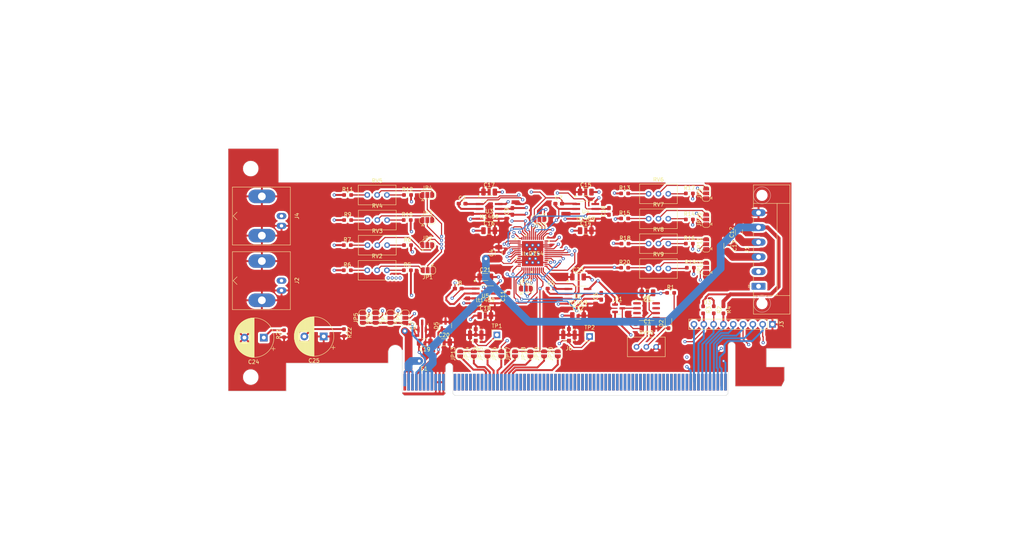
<source format=kicad_pcb>
(kicad_pcb (version 20240108) (generator "pcbnew") (generator_version "8.0")
  (layers (0 "F.Cu" signal) (1 "In1.Cu" signal) (2 "In2.Cu" signal) (31 "B.Cu" signal) (34 "B.Paste" user) (35 "F.Paste" user) (36 "B.SilkS" user "B.Silkscreen") (37 "F.SilkS" user "F.Silkscreen") (38 "B.Mask" user) (39 "F.Mask" user) (44 "Edge.Cuts" user))
  (net 0 "")
  (net 1 "Net-(U6-Vin)")
  (net 2 "GND")
  (net 3 "Net-(U1-RcomA)")
  (net 4 "Net-(U1-refA)")
  (net 5 "Vref")
  (net 6 "Net-(U1-RcomC)")
  (net 7 "Net-(U1-refC)")
  (net 8 "Net-(U1-RcomD)")
  (net 9 "Net-(U1-refD)")
  (net 10 "Net-(U1-Iout1B)")
  (net 11 "OutA")
  (net 12 "OutC")
  (net 13 "Net-(U1-Iout1D)")
  (net 14 "Net-(U1-refB)")
  (net 15 "Net-(U1-RcomB)")
  (net 16 "Net-(U1-Iout1A)")
  (net 17 "Current_setpoint_1")
  (net 18 "Net-(U1-Iout1C)")
  (net 19 "Current_setpoint_2")
  (net 20 "-12V")
  (net 21 "+12V")
  (net 22 "+5V")
  (net 23 "conn1")
  (net 24 "Net-(D2-A)")
  (net 25 "Net-(D2-K)")
  (net 26 "Net-(D3-K)")
  (net 29 "+24V")
  (net 34 "Net-(JP18-A)")
  (net 35 "Net-(JP15-A)")
  (net 54 "RESET")
  (net 56 "Net-(JP16-A)")
  (net 58 "Net-(JP17-A)")
  (net 59 "conn3")
  (net 78 "conn8")
  (net 86 "conn7")
  (net 95 "conn4")
  (net 99 "conn2")
  (net 128 "Net-(JP13-A)")
  (net 134 "conn5")
  (net 139 "Net-(JP14-A)")
  (net 140 "-24V")
  (net 143 "conn6")
  (net 154 "Net-(JP20-A)")
  (net 169 "Net-(JP19-A)")
  (net 171 "Net-(R5-Pad1)")
  (net 172 "Net-(R6-Pad2)")
  (net 173 "Net-(R7-Pad2)")
  (net 174 "Net-(R8-Pad1)")
  (net 175 "Net-(R9-Pad2)")
  (net 176 "Net-(R10-Pad1)")
  (net 177 "Net-(R11-Pad2)")
  (net 178 "Net-(R12-Pad1)")
  (net 179 "Net-(R13-Pad2)")
  (net 180 "Net-(R14-Pad1)")
  (net 181 "Net-(R15-Pad2)")
  (net 182 "Net-(R16-Pad1)")
  (net 183 "Net-(R17-Pad1)")
  (net 184 "Net-(R18-Pad2)")
  (net 185 "Net-(R19-Pad1)")
  (net 186 "Net-(R20-Pad2)")
  (net 187 "Net-(JP1-B)")
  (net 188 "Net-(JP2-B)")
  (net 189 "Net-(JP3-B)")
  (net 190 "Net-(JP4-B)")
  (net 191 "Net-(JP9-B)")
  (net 192 "Net-(JP10-B)")
  (net 193 "Net-(JP11-B)")
  (net 194 "Net-(JP12-B)")
  (net 195 "s1")
  (net 196 "Net-(JP1-C)")
  (net 197 "VosadjC")
  (net 198 "VosadjD")
  (net 199 "refB")
  (net 200 "refD")
  (net 201 "Net-(JP2-C)")
  (net 202 "Mspan")
  (net 203 "VosadjA")
  (net 204 "VosadjB")
  (net 205 "Net-(JP4-C)")
  (net 206 "s2")
  (net 207 "Net-(JP3-C)")
  (net 208 "s0")
  (footprint "Capacitor_SMD:C_1206_3216Metric" (layer "F.Cu") (at 86.09 91.5)
    (property "Reference" "C21")
    (property "Value" "0.1u")
  )
  (footprint "Capacitor_SMD:C_1206_3216Metric" (layer "F.Cu") (at 128.05 104.85)
    (property "Reference" "C1")
    (property "Value" "1206")
  )
  (footprint "Jumper:SolderJumper-3_P1.3mm_Open_RoundedPad1.0x1.5mm" (layer "F.Cu") (at 143.25 76.6 90)
    (property "Reference" "JP10")
    (property "Value" "SolderJumper_3_Open" (hide yes))
  )
  (footprint "Capacitor_SMD:C_1206_3216Metric" (layer "F.Cu") (at 148.7325 83.43 -90)
    (property "Reference" "C13")
    (property "Value" "0.1u")
  )
  (footprint "Capacitor_SMD:C_1206_3216Metric" (layer "F.Cu") (at 112.09 69.5)
    (property "Reference" "C15")
    (property "Value" "0.1u")
  )
  (footprint "Jumper:SolderJumper-2_P1.3mm_Open_RoundedPad1.0x1.5mm" (layer "F.Cu") (at 79.5737 111.4 90)
    (property "Reference" "JP13")
    (property "Value" "SolderJumper_2_Open" (hide yes))
  )
  (footprint "Jumper:SolderJumper-3_P1.3mm_Open_RoundedPad1.0x1.5mm" (layer "F.Cu") (at 143.25 69.85 90)
    (property "Reference" "JP9")
    (property "Value" "SolderJumper_3_Open" (hide yes))
  )
  (footprint "Connector_Coaxial:U.FL_Molex_MCRF_73412-0110_Vertical" (layer "F.Cu") (at 107.74 106.5)
    (property "Reference" "J6")
    (property "Value" "Conn_Coaxial_Power")
  )
  (footprint "Resistor_SMD:R_0603_1608Metric_Pad0.98x0.95mm_HandSolder" (layer "F.Cu") (at 122.15 76.35)
    (property "Reference" "R15")
    (property "Value" "R_Small")
  )
  (footprint "Capacitor_SMD:C_1206_3216Metric" (layer "F.Cu") (at 151.7325 79.93 90)
    (property "Reference" "C12")
    (property "Value" "0.1u")
  )
  (footprint "Capacitor_SMD:C_0603_1608Metric_Pad1.08x0.95mm_HandSolder" (layer "F.Cu") (at 105.09 72.5)
    (property "Reference" "C7")
    (property "Value" "150pf")
  )
  (footprint "Jumper:SolderJumper-2_P1.3mm_Open_RoundedPad1.0x1.5mm" (layer "F.Cu") (at 90.2237 111.4 90)
    (property "Reference" "JP16")
    (property "Value" "SolderJumper_2_Open" (hide yes))
  )
  (footprint "Capacitor_SMD:C_1206_3216Metric" (layer "F.Cu") (at 128.05 95.6 180)
    (property "Reference" "C3")
    (property "Value" "1206")
  )
  (footprint "Capacitor_SMD:C_1206_3216Metric" (layer "F.Cu") (at 89.565 85.25 90)
    (property "Reference" "C4")
    (property "Value" "0.1u")
  )
  (footprint "Potentiometer_THT:Potentiometer_Bourns_3296W_Vertical" (layer "F.Cu") (at 60.68 76.75)
    (property "Reference" "RV4")
    (property "Value" "R_Potentiometer")
  )
  (footprint "Jumper:SolderJumper-3_P1.3mm_Open_RoundedPad1.0x1.5mm" (layer "F.Cu") (at 143.25 89.1 90)
    (property "Reference" "JP12")
    (property "Value" "SolderJumper_3_Open" (hide yes))
  )
  (footprint "Capacitor_THT:CP_Radial_D10.0mm_P5.00mm" (layer "F.Cu") (at 28.767677 107.2 180)
    (property "Reference" "C24")
    (property "Value" "C_Polarized")
  )
  (footprint "Jumper:SolderJumper-3_P1.3mm_Open_RoundedPad1.0x1.5mm" (layer "F.Cu") (at 71.08 70.25)
    (property "Reference" "JP4")
    (property "Value" "SolderJumper_3_Open" (hide yes))
  )
  (footprint "Jumper:SolderJumper-3_P1.3mm_Open_RoundedPad1.0x1.5mm" (layer "F.Cu") (at 71.18 89.75 180)
    (property "Reference" "JP1")
    (property "Value" "SolderJumper_3_Open" (hide yes))
  )
  (footprint "Jumper:SolderJumper-3_P1.3mm_Open_RoundedPad1.0x1.5mm" (layer "F.Cu") (at 100.09 76.5 180)
    (property "Reference" "JP22")
    (property "Value" "SolderJumper_3_Open" (hide yes))
  )
  (footprint "Resistor_SMD:R_0603_1608Metric_Pad0.98x0.95mm_HandSolder" (layer "F.Cu") (at 50.38 83.25)
    (property "Reference" "R7")
    (property "Value" "R_Small")
  )
  (footprint "Jumper:SolderJumper-3_P1.3mm_Open_RoundedPad1.0x1.5mm" (layer "F.Cu") (at 143.25 83 90)
    (property "Reference" "JP11")
    (property "Value" "SolderJumper_3_Open" (hide yes))
  )
  (footprint "Potentiometer_THT:Potentiometer_Bourns_3296W_Vertical" (layer "F.Cu") (at 133.44 82.85)
    (property "Reference" "RV8")
    (property "Value" "R_Potentiometer")
  )
  (footprint "Potentiometer_THT:Potentiometer_Bourns_3296W_Vertical" (layer "F.Cu") (at 130.3 109.6)
    (property "Reference" "RV10")
    (property "Value" "R_Potentiometer")
  )
  (footprint "Capacitor_SMD:C_1206_3216Metric" (layer "F.Cu") (at 86.09 101.5)
    (property "Reference" "C18")
    (property "Value" "0.1u")
  )
  (footprint "ProjectLibrary:LT1469IS8-PBF" (layer "F.Cu") (at 86.09 96.405)
    (property "Reference" "U5")
    (property "Value" "lt1469")
  )
  (footprint "Connector_PinHeader_2.54mm:PinHeader_1x01_P2.54mm_Vertical" (layer "F.Cu") (at 113.09 106.9)
    (property "Reference" "TP2")
    (property "Value" "TestPoint_Probe")
  )
  (footprint "Resistor_SMD:R_0603_1608Metric_Pad0.98x0.95mm_HandSolder" (layer "F.Cu") (at 139.15 89.1)
    (property "Reference" "R19")
    (property "Value" "R_Small")
  )
  (footprint "Jumper:SolderJumper-3_P1.3mm_Open_RoundedPad1.0x1.5mm" (layer "F.Cu") (at 65.39 102.1 90)
    (property "Reference" "JP8")
    (property "Value" "SolderJumper_3_Open" (hide yes))
  )
  (footprint "Resistor_SMD:R_0603_1608Metric_Pad0.98x0.95mm_HandSolder" (layer "F.Cu") (at 65.924 89.75)
    (property "Reference" "R5")
    (property "Value" "R_Small")
  )
  (footprint "Jumper:SolderJumper-2_P1.3mm_Open_RoundedPad1.0x1.5mm" (layer "F.Cu") (at 86.6737 111.4 90)
    (property "Reference" "JP15")
    (property "Value" "SolderJumper_2_Open" (hide yes))
  )
  (footprint "Resistor_SMD:R_0603_1608Metric_Pad0.98x0.95mm_HandSolder" (layer "F.Cu") (at 50.4675 76.75)
    (property "Reference" "R9")
    (property "Value" "R_Small")
  )
  (footprint "Package_TO_SOT_SMD:SOT-23" (layer "F.Cu") (at 75.8 104.0625 90)
    (property "Reference" "D5")
    (property "Value" "BAT54C")
  )
  (footprint "Connector_Coaxial:BNC_Amphenol_B6252HB-NPP3G-50_Horizontal" (layer "F.Cu") (at 33.35 92.45 90)
    (property "Reference" "J2")
    (property "Value" "Conn_Coaxial_Power")
  )
  (footprint "ProjectLibrary:LT1469IS8-PBF" (layer "F.Cu") (at 87.09 74.5)
    (property "Reference" "U3")
    (property "Value" "lt1469")
  )
  (footprint "Connector_PCBEdge:BUS_PCIexpress_x16" (layer "F.Cu") (at 65.25 118.75)
    (property "Reference" "E1")
    (property "Value" "~")
    (fp_line (start -0.65 -4.95) (end -0.65 2.95) (stroke (width 0.1)) (layer "Edge.Cuts"))
    (fp_line (start -0.65 2.95) (end -0.15 3.45) (stroke (width 0.1)) (layer "Edge.Cuts"))
    (fp_line (start -0.15 3.45) (end 10.05 3.45) (stroke (width 0.1)) (layer "Edge.Cuts"))
    (fp_line (start 10.55 -4) (end 10.55 2.95) (stroke (width 0.1)) (layer "Edge.Cuts"))
    (fp_line (start 10.55 2.95) (end 10.05 3.45) (stroke (width 0.1)) (layer "Edge.Cuts"))
    (fp_line (start 12.45 -4) (end 12.45 2.95) (stroke (width 0.1)) (layer "Edge.Cuts"))
    (fp_line (start 12.45 2.95) (end 12.95 3.45) (stroke (width 0.1)) (layer "Edge.Cuts"))
    (fp_line (start 12.95 3.45) (end 83.15 3.45) (stroke (width 0.1)) (layer "Edge.Cuts"))
    (fp_line (start 83.65 -4.95) (end 83.65 2.95) (stroke (width 0.1)) (layer "Edge.Cuts"))
    (fp_line (start 83.65 2.95) (end 83.15 3.45) (stroke (width 0.1)) (layer "Edge.Cuts"))
    (fp_arc (start 10.55 -4) (mid 11.5 -4.95) (end 12.45 -4) (stroke (width 0.1)) (layer "Edge.Cuts"))
  )
  (footprint "Resistor_SMD:R_0603_1608Metric_Pad0.98x0.95mm_HandSolder" (layer "F.Cu") (at 122.15 69.85)
    (property "Reference" "R13")
    (property "Value" "R_Small")
  )
  (footprint "Capacitor_SMD:C_0603_1608Metric_Pad1.08x0.95mm_HandSolder" (layer "F.Cu") (at 79.09 94.5)
    (property "Reference" "C8")
    (property "Value" "150pf")
  )
  (footprint "Potentiometer_THT:Potentiometer_Bourns_3296W_Vertical" (layer "F.Cu") (at 60.68 83.25)
    (property "Reference" "RV3")
    (property "Value" "R_Potentiometer")
  )
  (footprint "Potentiometer_THT:Potentiometer_Bourns_3296W_Vertical" (layer "F.Cu") (at 133.44 69.95)
    (property "Reference" "RV6")
    (property "Value" "R_Potentiometer")
  )
  (footprint "Connector_PinHeader_2.54mm:PinHeader_1x09_P2.54mm_Vertical" (layer "F.Cu") (at 160.41 103.75 -90)
    (property "Reference" "J3")
    (property "Value" "Conn_01x09")
  )
  (footprint "Package_SO:SOIC-8_3.9x4.9mm_P1.27mm" (layer "F.Cu") (at 127.825 100.215)
    (property "Reference" "U6")
    (property "Value" "lt1236")
  )
  (footprint "Potentiometer_THT:Potentiometer_Bourns_3296W_Vertical" (layer "F.Cu") (at 133.44 76.4)
    (property "Reference" "RV7")
    (property "Value" "R_Potentiometer")
  )
  (footprint "Resistor_SMD:R_0603_1608Metric_Pad0.98x0.95mm_HandSolder" (layer "F.Cu") (at 142.46 100 -90)
    (property "Reference" "R3")
    (property "Value" "10k")
  )
  (footprint "Resistor_SMD:R_0603_1608Metric_Pad0.98x0.95mm_HandSolder" (layer "F.Cu") (at 134.05 95.6)
    (property "Reference" "R1")
    (property "Value" "27k")
  )
  (footprint "Capacitor_SMD:C_1206_3216Metric" (layer "F.Cu") (at 112.09 79.5)
    (property "Reference" "C14")
    (property "Value" "0.1u")
  )
  (footprint "Jumper:SolderJumper-3_P1.3mm_Open_RoundedPad1.0x1.5mm" (layer "F.Cu") (at 71.08 76.75)
    (property "Reference" "JP3")
    (property "Value" "SolderJumper_3_Open" (hide yes))
  )
  (footprint "Potentiometer_THT:Potentiometer_Bourns_3296W_Vertical" (layer "F.Cu") (at 133.44 89.3)
    (property "Reference" "RV9")
    (property "Value" "R_Potentiometer")
  )
  (footprint "Capacitor_SMD:C_0603_1608Metric_Pad1.08x0.95mm_HandSolder" (layer "F.Cu") (at 103.09 94.5)
    (property "Reference" "C5")
    (property "Value" "150pf" (hide yes))
  )
  (footprint "Resistor_SMD:R_0603_1608Metric_Pad0.98x0.95mm_HandSolder" (layer "F.Cu") (at 122.15 89.1)
    (property "Reference" "R20")
    (property "Value" "R_Small")
  )
  (footprint "Jumper:SolderJumper-3_P1.3mm_Open_RoundedPad1.0x1.5mm" (layer "F.Cu") (at 96.59 94.5)
    (property "Reference" "JP21")
    (property "Value" "SolderJumper_3_Open" (hide yes))
  )
  (footprint "Resistor_SMD:R_0603_1608Metric_Pad0.98x0.95mm_HandSolder" (layer "F.Cu") (at 50.38 89.75)
    (property "Reference" "R6")
    (property "Value" "R_Small")
  )
  (footprint "Jumper:SolderJumper-2_P1.3mm_Open_RoundedPad1.0x1.5mm" (layer "F.Cu") (at 93.7737 111.4 90)
    (property "Reference" "JP17")
    (property "Value" "SolderJumper_2_Open" (hide yes))
  )
  (footprint "Resistor_SMD:R_0603_1608Metric_Pad0.98x0.95mm_HandSolder" (layer "F.Cu") (at 138.9 76.6)
    (property "Reference" "R14")
    (property "Value" "R_Small")
  )
  (footprint "Jumper:SolderJumper-3_P1.3mm_Open_RoundedPad1.0x1.5mm" (layer "F.Cu") (at 61.555 102.1 90)
    (property "Reference" "JP7")
    (property "Value" "SolderJumper_3_Open" (hide yes))
  )
  (footprint "Resistor_SMD:R_0603_1608Metric_Pad0.98x0.95mm_HandSolder" (layer "F.Cu") (at 147.71 99.9875 -90)
    (property "Reference" "R4")
    (property "Value" "10k")
  )
  (footprint "Capacitor_SMD:C_0603_1608Metric_Pad1.08x0.95mm_HandSolder" (layer "F.Cu") (at 80.09 72.5)
    (property "Reference" "C2")
    (property "Value" "150pf")
  )
  (footprint "Capacitor_SMD:C_1206_3216Metric" (layer "F.Cu") (at 87.09 79.5)
    (property "Reference" "C16")
    (property "Value" "0.1u")
  )
  (footprint "Resistor_SMD:R_0603_1608Metric_Pad0.98x0.95mm_HandSolder" (layer "F.Cu") (at 145.21 99.9875 -90)
    (property "Reference" "R2")
    (property "Value" "10k")
  )
  (footprint "Connector_PinHeader_2.54mm:PinHeader_1x01_P2.54mm_Vertical" (layer "F.Cu") (at 89.09 106.5)
    (property "Reference" "TP1")
    (property "Value" "TestPoint_Probe")
  )
  (footprint "ProjectLibrary:LT1469IS8-PBF" (layer "F.Cu") (at 110.09 96.5)
    (property "Reference" "U2")
    (property "Value" "lt1469")
  )
  (footprint "Potentiometer_THT:Potentiometer_Bourns_3296W_Vertical" (layer "F.Cu") (at 60.63 89.75)
    (property "Reference" "RV2")
    (property "Value" "R_Potentiometer")
  )
  (footprint "Resistor_SMD:R_0603_1608Metric_Pad0.98x0.95mm_HandSolder" (layer "F.Cu") (at 50.4675 70.25)
    (property "Reference" "R11")
    (property "Value" "R_Small")
  )
  (footprint "Potentiometer_THT:Potentiometer_Bourns_3296W_Vertical" (layer "F.Cu") (at 60.63 70.25)
    (property "Reference" "RV5")
    (property "Value" "R_Potentiometer")
  )
  (footprint "Capacitor_SMD:C_1206_3216Metric" (layer "F.Cu") (at 110.09 91.5)
    (property "Reference" "C23")
    (property "Value" "0.1u")
  )
  (footprint "Resistor_SMD:R_0603_1608Metric_Pad0.98x0.95mm_HandSolder" (layer "F.Cu") (at 65.9675 70.25)
    (property "Reference" "R12")
    (property "Value" "R_Small")
  )
  (footprint "Capacitor_SMD:C_0603_1608Metric_Pad1.08x0.95mm_HandSolder" (layer "F.Cu") (at 116.09 96.5 90)
    (property "Reference" "C6")
    (property "Value" "150pf")
  )
  (footprint "Connector_Coaxial:U.FL_Molex_MCRF_73412-0110_Vertical" (layer "F.Cu") (at 83.615 106.5)
    (property "Reference" "J5")
    (property "Value" "Conn_Coaxial_Power")
  )
  (footprint "Jumper:SolderJumper-3_P1.3mm_Open_RoundedPad1.0x1.5mm" (layer "F.Cu") (at 54.39 102.1 90)
    (property "Reference" "JP5")
    (property "Value" "SolderJumper_3_Open" (hide yes))
  )
  (footprint "ProjectLibrary:LT1469IS8-PBF" (layer "F.Cu") (at 112.09 74.5)
    (property "Reference" "U4")
    (property "Value" "lt1469")
  )
  (footprint "Capacitor_SMD:C_1206_3216Metric" (layer "F.Cu") (at 75.425 108.4)
    (property "Reference" "C20")
    (property "Value" "0.1u")
  )
  (footprint "Package_TO_SOT_SMD:SOT-23" (layer "F.Cu") (at 120.6125 99.6)
    (property "Reference" "D1")
    (property "Value" "BAT54C")
  )
  (footprint "Capacitor_SMD:C_0603_1608Metric_Pad1.08x0.95mm_HandSolder" (layer "F.Cu") (at 92.09 96.5 90)
    (property "Reference" "C11")
    (property "Value" "150pf")
  )
  (footprint "Jumper:SolderJumper-2_P1.3mm_Open_RoundedPad1.0x1.5mm" (layer "F.Cu") (at 101.3 111.4 90)
    (property "Reference" "JP19")
    (property "Value" "SolderJumper_2_Open" (hide yes))
  )
  (footprint "Jumper:SolderJumper-2_P1.3mm_Open_RoundedPad1.0x1.5mm" (layer "F.Cu") (at 83.1237 111.4 90)
    (property "Reference" "JP14")
    (property "Value" "SolderJumper_2_Open" (hide yes))
  )
  (footprint "Resistor_SMD:R_0603_1608Metric_Pad0.98x0.95mm_HandSolder" (layer "F.Cu") (at 138.9 69.85)
    (property "Reference" "R17")
    (property "Value" "R_Small")
  )
  (footprint "Resistor_SMD:R_0603_1608Metric_Pad0.98x0.95mm_HandSolder" (layer "F.Cu") (at 34.017677 106.2 90)
    (property "Reference" "R21")
    (property "Value" "100k")
  )
  (footprint "Resistor_SMD:R_0603_1608Metric_Pad0.98x0.95mm_HandSolder" (layer "F.Cu") (at 122.2375 82.85)
    (property "Reference" "R18")
    (property "Value" "R_Small")
  )
  (footprint "Connector_Coaxial:BNC_Amphenol_B6252HB-NPP3G-50_Horizontal" (layer "F.Cu") (at 33.35 75.7 90)
    (property "Reference" "J4")
    (property "Value" "Conn_Coaxial_Power")
  )
  (footprint "Resistor_SMD:R_0603_1608Metric_Pad0.98x0.95mm_HandSolder" (layer "F.Cu") (at 49.517677 105.9 -90)
    (property "Reference" "R22")
    (property "Value" "100k")
  )
  (footprint "Capacitor_SMD:C_0603_1608Metric_Pad1.08x0.95mm_HandSolder" (layer "F.Cu") (at 93.09 74.5 90)
    (property "Reference" "C9")
    (property "Value" "150pf")
  )
  (footprint "Jumper:SolderJumper-2_P1.3mm_Open_RoundedPad1.0x1.5mm" (layer "F.Cu") (at 104.85 111.4 90)
    (property "Reference" "JP20")
    (property "Value" "SolderJumper_2_Open" (hide yes))
  )
  (footprint "ProjectLibrary:LTC2754BCUKG-16-PBF" (layer "F.Cu") (at 98.340001 85.4497)
    (property "Reference" "U1")
    (property "Value" "ltc2754")
  )
  (footprint "Resistor_SMD:R_0603_1608Metric_Pad0.98x0.95mm_HandSolder" (layer "F.Cu") (at 65.9675 83.25)
    (property "Reference" "R8")
    (property "Value" "R_Small")
  )
  (footprint "Resistor_SMD:R_0603_1608Metric_Pad0.98x0.95mm_HandSolder" (layer "F.Cu") (at 138.9 82.85)
    (property "Reference" "R16")
    (property "Value" "R_Small")
  )
  (footprint "Connector_Phoenix_MC:PhoenixContact_MC_1,5_6-GF-3.81_1x06_P3.81mm_Horizontal_ThreadedFlange_MountHole" (layer "F.Cu") (at 156.8 93.9 90)
    (property "Reference" "J1")
    (property "Value" "Conn_01x06_Socket")
  )
  (footprint "Capacitor_THT:CP_Radial_D10.0mm_P5.00mm" (layer "F.Cu") (at 44.267677 106.9 180)
    (property "Reference" "C25")
    (property "Value" "C_Polarized")
  )
  (footprint "Jumper:SolderJumper-3_P1.3mm_Open_RoundedPad1.0x1.5mm" (layer "F.Cu") (at 57.72 102.1 90)
    (property "Reference" "JP6")
    (property "Value" "SolderJumper_3_Open" (hide yes))
  )
  (footprint "Resistor_SMD:R_0603_1608Metric_Pad0.98x0.95mm_HandSolder" (layer "F.Cu") (at 65.88 76.75)
    (property "Reference" "R10")
    (property "Value" "R_Small")
  )
  (footprint "Capacitor_SMD:C_1206_3216Metric" (layer "F.Cu") (at 87.09 69.5)
    (property "Reference" "C17")
    (property "Value" "0.1u")
  )
  (footprint "Jumper:SolderJumper-3_P1.3mm_Open_RoundedPad1.0x1.5mm" (layer "F.Cu") (at 71.08 83.25)
    (property "Reference" "JP2")
    (property "Value" "SolderJumper_3_Open" (hide yes))
  )
  (footprint "Package_TO_SOT_SMD:SOT-23" (layer "F.Cu") (at 69.75 104.1875 90)
    (property "Reference" "D4")
    (property "Value" "BAT54C")
  )
  (footprint "Diode_SMD:D_SOD-323_HandSoldering" (layer "F.Cu") (at 133.5 103.5 90)
    (property "Reference" "D2")
    (property "Value" "1N4148")
  )
  (footprint "LED_SMD:LED_0201_0603Metric_Pad0.64x0.40mm_HandSolder" (layer "F.Cu") (at 143.5525 97 180)
    (property "Reference" "D3")
    (property "Value" "LED")
  )
  (footprint "Jumper:SolderJumper-2_P1.3mm_Open_RoundedPad1.0x1.5mm" (layer "F.Cu") (at 97.75 111.4 90)
    (property "Reference" "JP18")
    (property "Value" "SolderJumper_2_Open" (hide yes))
  )
  (footprint "Capacitor_SMD:C_0603_1608Metric_Pad1.08x0.95mm_HandSolder" (layer "F.Cu") (at 118.09 74.5 90)
    (property "Reference" "C10")
    (property "Value" "150pf")
  )
  (footprint "Capacitor_SMD:C_1206_3216Metric" (layer "F.Cu") (at 70.425 108.4 180)
    (property "Reference" "C19")
    (property "Value" "0.1u")
  )
  (footprint "Capacitor_SMD:C_1206_3216Metric" (layer "F.Cu") (at 110.09 101.5)
    (property "Reference" "C22")
    (property "Value" "0.1u")
  )
  (gr_line (start 32.575 67) (end 165.325 67) (stroke (width 0.05)) (layer "Edge.Cuts"))
  (gr_line (start 165.3 110.001255) (end 165.325 67) (stroke (width 0.05)) (layer "Edge.Cuts"))
  (gr_line (start 163.5 118.31) (end 163.5 114.8) (stroke (width 0.1)) (layer "Edge.Cuts"))
  (gr_line (start 163.5 114.8) (end 158.8518 114.8) (stroke (width 0.1)) (layer "Edge.Cuts"))
  (gr_line (start 19.575 58.25) (end 32.575 58.25) (stroke (width 0.05)) (layer "Edge.Cuts"))
  (gr_line (start 148.9 113.8) (end 148.9 109.3) (stroke (width 0.1)) (layer "Edge.Cuts"))
  (gr_arc (start 148.9 109.3) (mid 149.85 108.35) (end 150.8 109.3) (stroke (width 0.1)) (layer "Edge.Cuts"))
  (gr_line (start 162.74 119.8) (end 150.8 119.8) (stroke (width 0.1)) (layer "Edge.Cuts"))
  (gr_circle (center 25.39 63.42) (end 27.39 63.42) (stroke (width 0.05)) (fill none) (layer "Edge.Cuts"))
  (gr_line (start 60.99 113.8) (end 34.59 113.8) (stroke (width 0.1)) (layer "Edge.Cuts"))
  (gr_line (start 32.575 58.25) (end 32.575 67) (stroke (width 0.05)) (layer "Edge.Cuts"))
  (gr_circle (center 25.39 117.42) (end 27.39 117.42) (stroke (width 0.05)) (fill none) (layer "Edge.Cuts"))
  (gr_line (start 158.8518 114.8) (end 158.8518 110) (stroke (width 0.1)) (layer "Edge.Cuts"))
  (gr_line (start 64.6 113.8) (end 64.6 110.930007) (stroke (width 0.1)) (layer "Edge.Cuts"))
  (gr_line (start 34.59 121.04) (end 34.59 113.8) (stroke (width 0.1)) (layer "Edge.Cuts"))
  (gr_line (start 150.8 109.3) (end 150.8 119.8) (stroke (width 0.1)) (layer "Edge.Cuts"))
  (gr_line (start 158.8518 110.001255) (end 165.3 110.001255) (stroke (width 0.1)) (layer "Edge.Cuts"))
  (gr_line (start 19.575 58.25) (end 19.59 121.04) (stroke (width 0.05)) (layer "Edge.Cuts"))
  (gr_line (start 19.59 121.04) (end 34.59 121.04) (stroke (width 0.1)) (layer "Edge.Cuts"))
  (gr_arc (start 60.989986 110.930007) (mid 62.794993 109.125) (end 64.6 110.930007) (stroke (width 0.1)) (layer "Edge.Cuts"))
  (gr_line (start 163.5 118.31) (end 162.74 119.8) (stroke (width 0.1)) (layer "Edge.Cuts"))
  (gr_line (start 60.989986 110.930007) (end 60.99 113.8) (stroke (width 0.1)) (layer "Edge.Cuts"))
  (segment (start 121.55 102.05) (end 121.55 99.6) (width 0.3) (layer "F.Cu") (net 1))
  (segment (start 124.35 104.85) (end 121.55 102.05) (width 0.3) (layer "F.Cu") (net 1))
  (segment (start 126.575 104.85) (end 124.35 104.85) (width 0.3) (layer "F.Cu") (net 1))
  (segment (start 121.57 99.58) (end 121.55 99.6) (width 0.3) (layer "F.Cu") (net 1))
  (segment (start 125.35 99.58) (end 121.57 99.58) (width 0.3) (layer "F.Cu") (net 1))
  (segment (start 101.794401 83.199699) (end 100.590002 83.199699) (width 0.3) (layer "F.Cu") (net 2))
  (segment (start 150.0625 74.85) (end 153.8125 74.85) (width 2) (layer "F.Cu") (net 2))
  (segment (start 101.794401 83.199699) (end 103.449699 83.199699) (width 0.3) (layer "F.Cu") (net 2))
  (segment (start 101.794401 83.699701) (end 100.09 83.699701) (width 0.3) (layer "F.Cu") (net 2))
  (segment (start 101.776802 87.7173) (end 100.607601 87.7173) (width 0.3) (layer "F.Cu") (net 2))
  (segment (start 94.885601 83.199699) (end 96.09 83.199699) (width 0.3) (layer "F.Cu") (net 2))
  (segment (start 94.885601 83.699701) (end 96.590002 83.699701) (width 0.25) (layer "F.Cu") (net 2))
  (segment (start 92.550299 83.699701) (end 92.25 84) (width 0.25) (layer "F.Cu") (net 2))
  (segment (start 103.050299 83.699701) (end 101.794401 83.699701) (width 0.3) (layer "F.Cu") (net 2))
  (segment (start 148.7325 81.955) (end 148.7325 76.18) (width 2) (layer "F.Cu") (net 2))
  (segment (start 96.640301 87.199699) (end 98.34 85.5) (width 0.3) (layer "F.Cu") (net 2))
  (segment (start 96.09 83.199699) (end 98.340001 85.4497) (width 0.3) (layer "F.Cu") (net 2))
  (segment (start 94.885601 86.199701) (end 97.640299 86.199701) (width 0.3) (layer "F.Cu") (net 2))
  (segment (start 92.25 84) (end 89.79 84) (width 0.25) (layer "F.Cu") (net 2))
  (segment (start 97.640299 86.199701) (end 98.34 85.5) (width 0.3) (layer "F.Cu") (net 2))
  (segment (start 94.885601 87.199699) (end 96.640301 87.199699) (width 0.3) (layer "F.Cu") (net 2))
  (segment (start 151.7325 76.18) (end 153.0625 74.85) (width 2) (layer "F.Cu") (net 2))
  (segment (start 96.590002 83.699701) (end 98.340001 85.4497) (width 0.25) (layer "F.Cu") (net 2))
  (segment (start 94.885601 83.699701) (end 92.550299 83.699701) (width 0.25) (layer "F.Cu") (net 2))
  (segment (start 103.5 83.25) (end 103.050299 83.699701) (width 0.3) (layer "F.Cu") (net 2))
  (segment (start 153.0625 74.85) (end 153.8125 74.85) (width 2) (layer "F.Cu") (net 2))
  (segment (start 103.449699 83.199699) (end 103.5 83.25) (width 0.3) (layer "F.Cu") (net 2))
  (segment (start 93.800299 87.699701) (end 94.300301 87.199699) (width 0.3) (layer "F.Cu") (net 2))
  (segment (start 148.7325 76.18) (end 150.0625 74.85) (width 2) (layer "F.Cu") (net 2))
  (segment (start 100.09 83.699701) (end 98.340001 85.4497) (width 0.3) (layer "F.Cu") (net 2))
  (segment (start 94.885601 87.699701) (end 96.09 87.699701) (width 0.3) (layer "F.Cu") (net 2))
  (segment (start 100.590002 83.199699) (end 98.340001 85.4497) (width 0.3) (layer "F.Cu") (net 2))
  (segment (start 96.09 87.699701) (end 98.340001 85.4497) (width 0.3) (layer "F.Cu") (net 2))
  (segment (start 151.7325 78.455) (end 151.7325 76.18) (width 2) (layer "F.Cu") (net 2))
  (segment (start 94.885601 87.699701) (end 93.800299 87.699701) (width 0.3) (layer "F.Cu") (net 2))
  (segment (start 101.794401 87.699701) (end 101.776802 87.7173) (width 0.3) (layer "F.Cu") (net 2))
  (segment (start 89.79 84) (end 89.565 83.775) (width 0.25) (layer "F.Cu") (net 2))
  (segment (start 94.300301 87.199699) (end 94.885601 87.199699) (width 0.3) (layer "F.Cu") (net 2))
  (segment (start 153.8125 74.85) (end 156.8 74.85) (width 2) (layer "F.Cu") (net 2))
  (segment (start 100.607601 87.7173) (end 98.340001 85.4497) (width 0.3) (layer "F.Cu") (net 2))
  (via (at 99.84 85.5) (size 0.8) (drill 0.4) (layers "F.Cu" "B.Cu") (net 2))
  (via (at 99.09 86.75) (size 0.8) (drill 0.4) (layers "F.Cu" "B.Cu") (net 2))
  (via (at 99.09 84.25) (size 0.8) (drill 0.4) (layers "F.Cu" "B.Cu") (net 2))
  (via (at 96.84 87.75) (size 0.8) (drill 0.4) (layers "F.Cu" "B.Cu") (net 2))
  (via (at 96.84 83.25) (size 0.8) (drill 0.4) (layers "F.Cu" "B.Cu") (net 2))
  (via (at 97.59 86.75) (size 0.8) (drill 0.4) (layers "F.Cu" "B.Cu") (net 2))
  (via (at 147.75 113.25) (size 0.8) (drill 0.4) (layers "F.Cu" "B.Cu") (net 2))
  (via (at 98.34 87.75) (size 0.8) (drill 0.4) (layers "F.Cu" "B.Cu") (net 2))
  (via (at 98.34 83.25) (size 0.8) (drill 0.4) (layers "F.Cu" "B.Cu") (net 2))
  (via (at 99.84 87.75) (size 0.8) (drill 0.4) (layers "F.Cu" "B.Cu") (net 2))
  (via (at 97.59 84.25) (size 0.8) (drill 0.4) (layers "F.Cu" "B.Cu") (net 2))
  (via (at 99.84 83.25) (size 0.8) (drill 0.4) (layers "F.Cu" "B.Cu") (net 2))
  (via (at 98.34 85.5) (size 0.8) (drill 0.4) (layers "F.Cu" "B.Cu") (net 2))
  (via (at 96.84 85.5) (size 0.8) (drill 0.4) (layers "F.Cu" "B.Cu") (net 2))
  (segment (start 148.25 118.75) (end 148.25 113.75) (width 0.5) (layer "B.Cu") (net 2))
  (segment (start 148.25 113.75) (end 147.75 113.25) (width 0.5) (layer "B.Cu") (net 2))
  (segment (start 79.85375 73.865) (end 84.6262 73.865) (width 0.5) (layer "F.Cu") (net 3))
  (segment (start 89.819477 70.5) (end 89.319477 71) (width 0.3) (layer "F.Cu") (net 3))
  (segment (start 93.5 80) (end 95 81.5) (width 0.3) (layer "F.Cu") (net 3))
  (segment (start 80.7275 71) (end 79.2275 72.5) (width 0.3) (layer "F.Cu") (net 3))
  (segment (start 89.319477 71) (end 80.7275 71) (width 0.3) (layer "F.Cu") (net 3))
  (segment (start 95 81.5) (end 95.590001 81.5) (width 0.3) (layer "F.Cu") (net 3))
  (segment (start 79.2275 72.5) (end 79.2275 73.23875) (width 0.5) (layer "F.Cu") (net 3))
  (segment (start 79.2275 73.23875) (end 79.85375 73.865) (width 0.5) (layer "F.Cu") (net 3))
  (segment (start 94.75 70.25) (end 94.5 70.5) (width 0.3) (layer "F.Cu") (net 3))
  (segment (start 94.5 70.5) (end 89.819477 70.5) (width 0.3) (layer "F.Cu") (net 3))
  (via (at 94.75 70.25) (size 0.8) (drill 0.4) (layers "F.Cu" "B.Cu") (net 3))
  (via (at 93.5 80) (size 0.8) (drill 0.4) (layers "F.Cu" "B.Cu") (net 3))
  (segment (start 89.4983 71.5) (end 86.75 71.5) (width 0.3) (layer "F.Cu") (net 4))
  (segment (start 90.0183 70.98) (end 89.4983 71.5) (width 0.3) (layer "F.Cu") (net 4))
  (segment (start 81.0475 72.595) (end 80.9525 72.5) (width 0.5) (layer "F.Cu") (net 4))
  (segment (start 95.75 71.5) (end 95.23 70.98) (width 0.3) (layer "F.Cu") (net 4))
  (segment (start 94.98478 79.862403) (end 96.09 80.967623) (width 0.3) (layer "F.Cu") (net 4))
  (segment (start 95.23 70.98) (end 90.0183 70.98) (width 0.3) (layer "F.Cu") (net 4))
  (segment (start 86.75 71.5) (end 85.655 72.595) (width 0.3) (layer "F.Cu") (net 4))
  (segment (start 85.655 72.595) (end 84.6262 72.595) (width 0.3) (layer "F.Cu") (net 4))
  (segment (start 96.09 80.967623) (end 96.09 81.5) (width 0.3) (layer "F.Cu") (net 4))
  (segment (start 84.6262 72.595) (end 81.0475 72.595) (width 0.5) (layer "F.Cu") (net 4))
  (via (at 94.98478 79.862403) (size 0.8) (drill 0.4) (layers "F.Cu" "B.Cu") (net 4))
  (via (at 95.75 71.5) (size 0.8) (drill 0.4) (layers "F.Cu" "B.Cu") (net 4))
  (segment (start 95.25 78.5) (end 93.58 78.5) (width 0.3) (layer "F.Cu") (net 5))
  (segment (start 128 102.175001) (end 128 106.82) (width 0.3) (layer "F.Cu") (net 5))
  (segment (start 104.5 89) (end 103.25 89) (width 0.3) (layer "F.Cu") (net 5))
  (segment (start 96.590002 80.628802) (end 95.762378 79.801178) (width 0.3) (layer "F.Cu") (net 5))
  (segment (start 94.885601 82.6997) (end 92.5503 82.6997) (width 0.3) (layer "F.Cu") (net 5))
  (segment (start 131.65 95.6) (end 131.5 95.75) (width 0.3) (layer "F.Cu") (net 5))
  (segment (start 128 106.82) (end 125.22 109.6) (width 0.3) (layer "F.Cu") (net 5))
  (segment (start 95.29 94.5) (end 95.29 93.54) (width 0.3) (layer "F.Cu") (net 5))
  (segment (start 100.09 90.807622) (end 101.016189 91.733811) (width 0.3) (layer "F.Cu") (net 5))
  (segment (start 105.465579 88.034421) (end 104.5 89) (width 0.3) (layer "F.Cu") (net 5))
  (segment (start 100.09 89.3994) (end 100.09 90.807622) (width 0.3) (layer "F.Cu") (net 5))
  (segment (start 92.5503 82.6997) (end 92 83.25) (width 0.3) (layer "F.Cu") (net 5))
  (segment (start 129.325001 100.85) (end 128 102.175001) (width 0.3) (layer "F.Cu") (net 5))
  (segment (start 130.3 100.85) (end 129.325001 100.85) (width 0.3) (layer "F.Cu") (net 5))
  (segment (start 131.5 95.75) (end 129.675 95.75) (width 0.3) (layer "F.Cu") (net 5))
  (segment (start 102.4497 88.1997) (end 101.794401 88.1997) (width 0.3) (layer "F.Cu") (net 5))
  (segment (start 128.5 96.625) (end 129.525 95.6) (width 0.3) (layer "F.Cu") (net 5))
  (segment (start 128.5 100.024999) (end 128.5 96.625) (width 0.3) (layer "F.Cu") (net 5))
  (segment (start 101.39 76.5) (end 101.39 74.36) (width 0.3) (layer "F.Cu") (net 5))
  (segment (start 133.1375 95.6) (end 131.65 95.6) (width 0.3) (layer "F.Cu") (net 5))
  (segment (start 103.25 89) (end 102.4497 88.1997) (width 0.3) (layer "F.Cu") (net 5))
  (segment (start 95.29 93.54) (end 94.75 93) (width 0.3) (layer "F.Cu") (net 5))
  (segment (start 129.325001 100.85) (end 128.5 100.024999) (width 0.3) (layer "F.Cu") (net 5))
  (segment (start 96.590002 81.5) (end 96.590002 80.628802) (width 0.3) (layer "F.Cu") (net 5))
  (segment (start 95.762378 79.012378) (end 95.25 78.5) (width 0.3) (layer "F.Cu") (net 5))
  (segment (start 101.39 74.36) (end 101.75 74) (width 0.3) (layer "F.Cu") (net 5))
  (segment (start 93.58 78.5) (end 93 79.08) (width 0.3) (layer "F.Cu") (net 5))
  (segment (start 129.675 95.75) (end 129.525 95.6) (width 0.3) (layer "F.Cu") (net 5))
  (segment (start 95.762378 79.801178) (end 95.762378 79.012378) (width 0.3) (layer "F.Cu") (net 5))
  (segment (start 105.465579 87.465579) (end 105.465579 88.034421) (width 0.3) (layer "F.Cu") (net 5))
  (via (at 91.75 90.75) (size 0.8) (drill 0.4) (layers "F.Cu" "B.Cu") (net 5))
  (via (at 131.5 95.75) (size 0.8) (drill 0.4) (layers "F.Cu" "B.Cu") (net 5))
  (via (at 94.75 93) (size 0.8) (drill 0.4) (layers "F.Cu" "B.Cu") (net 5))
  (via (at 92 83.25) (size 0.8) (drill 0.4) (layers "F.Cu" "B.Cu") (net 5))
  (via (at 101.016189 91.733811) (size 0.8) (drill 0.4) (layers "F.Cu" "B.Cu") (net 5))
  (via (at 93 79.08) (size 0.8) (drill 0.4) (layers "F.Cu" "B.Cu") (net 5))
  (via (at 101.75 74) (size 0.8) (drill 0.4) (layers "F.Cu" "B.Cu") (net 5))
  (via (at 105.465579 87.465579) (size 0.8) (drill 0.4) (layers "F.Cu" "B.Cu") (net 5))
  (segment (start 105.032378 95.75) (end 131.5 95.75) (width 0.3) (layer "B.Cu") (net 5))
  (segment (start 94.75 92.467624) (end 96.447624 90.77) (width 0.3) (layer "B.Cu") (net 5))
  (segment (start 105.465579 87.465579) (end 105.284421 87.465579) (width 0.3) (layer "B.Cu") (net 5))
  (segment (start 92 83.25) (end 92 80.08) (width 0.3) (layer "B.Cu") (net 5))
  (segment (start 92 80.08) (end 93 79.08) (width 0.3) (layer "B.Cu") (net 5))
  (segment (start 94.75 93) (end 94.75 92.467624) (width 0.3) (layer "B.Cu") (net 5))
  (segment (start 96.447624 90.77) (end 95.737624 91.48) (width 0.3) (layer "B.Cu") (net 5))
  (segment (start 101.75 74) (end 100.788802 74) (width 0.3) (layer "B.Cu") (net 5))
  (segment (start 96.447624 90.77) (end 100.052378 90.77) (width 0.3) (layer "B.Cu") (net 5))
  (segment (start 105.284421 87.465579) (end 101.016189 91.733811) (width 0.3) (layer "B.Cu") (net 5))
  (segment (start 92.48 91.48) (end 91.75 90.75) (width 0.3) (layer "B.Cu") (net 5))
  (segment (start 95.708802 79.08) (end 93 79.08) (width 0.3) (layer "B.Cu") (net 5))
  (segment (start 100.788802 74) (end 95.708802 79.08) (width 0.3) (layer "B.Cu") (net 5))
  (segment (start 101.016189 91.733811) (end 105.032378 95.75) (width 0.3) (layer "B.Cu") (net 5))
  (segment (start 95.737624 91.48) (end 92.48 91.48) (width 0.3) (layer "B.Cu") (net 5))
  (segment (start 100.052378 90.77) (end 101.016189 91.733811) (width 0.3) (layer "B.Cu") (net 5))
  (segment (start 104.25 93.25) (end 108.75 93.25) (width 0.3) (layer "F.Cu") (net 6))
  (segment (start 107.6262 95.865) (end 102.865 95.865) (width 0.5) (layer "F.Cu") (net 6))
  (segment (start 102.865 95.865) (end 102.2275 95.2275) (width 0.5) (layer "F.Cu") (net 6))
  (segment (start 101.090001 89.3994) (end 101.090001 90.090001) (width 0.3) (layer "F.Cu") (net 6))
  (segment (start 108.885 95.865) (end 107.6262 95.865) (width 0.3) (layer "F.Cu") (net 6))
  (segment (start 109.5 94) (end 109.5 95.25) (width 0.3) (layer "F.Cu") (net 6))
  (segment (start 102.2275 95.2275) (end 102.2275 94.5) (width 0.5) (layer "F.Cu") (net 6))
  (segment (start 108.75 93.25) (end 109.5 94) (width 0.3) (layer "F.Cu") (net 6))
  (segment (start 101.090001 90.090001) (end 104.25 93.25) (width 0.3) (layer "F.Cu") (net 6))
  (segment (start 109.5 95.25) (end 108.885 95.865) (width 0.3) (layer "F.Cu") (net 6))
  (segment (start 100.590002 90.275248) (end 103.9525 93.637746) (width 0.3) (layer "F.Cu") (net 7))
  (segment (start 107.6262 94.595) (end 104.0475 94.595) (width 0.5) (layer "F.Cu") (net 7))
  (segment (start 103.9525 93.637746) (end 103.9525 94.5) (width 0.3) (layer "F.Cu") (net 7))
  (segment (start 104.0475 94.595) (end 103.9525 94.5) (width 0.5) (layer "F.Cu") (net 7))
  (segment (start 100.590002 89.3994) (end 100.590002 90.275248) (width 0.3) (layer "F.Cu") (net 7))
  (segment (start 109.75 99.0915) (end 111.7065 97.135) (width 0.5) (layer "F.Cu") (net 8))
  (segment (start 115.8625 97.135) (end 116.09 97.3625) (width 0.5) (layer "F.Cu") (net 8))
  (segment (start 93.54 96.79) (end 94.25 97.5) (width 0.3) (layer "F.Cu") (net 8))
  (segment (start 95.590001 89.6534) (end 93.54 91.703401) (width 0.3) (layer "F.Cu") (net 8))
  (segment (start 111.7065 97.135) (end 112.5538 97.135) (width 0.5) (layer "F.Cu") (net 8))
  (segment (start 93.54 91.703401) (end 93.54 96.79) (width 0.3) (layer "F.Cu") (net 8))
  (segment (start 109.75 100.25) (end 109.75 99.0915) (width 0.5) (layer "F.Cu") (net 8))
  (segment (start 95.590001 89.3994) (end 95.590001 89.6534) (width 0.3) (layer "F.Cu") (net 8))
  (segment (start 112.5538 97.135) (end 115.8625 97.135) (width 0.5) (layer "F.Cu") (net 8))
  (via (at 109.75 100.25) (size 0.8) (drill 0.4) (layers "F.Cu" "B.Cu") (net 8))
  (via (at 94.25 97.5) (size 0.8) (drill 0.4) (layers "F.Cu" "B.Cu") (net 8))
  (segment (start 109.75 100.25) (end 107.27 97.77) (width 0.3) (layer "B.Cu") (net 8))
  (segment (start 107.27 97.77) (end 104.697624 97.77) (width 0.3) (layer "B.Cu") (net 8))
  (segment (start 104.467624 98) (end 94.75 98) (width 0.3) (layer "B.Cu") (net 8))
  (segment (start 104.697624 97.77) (end 104.467624 98) (width 0.3) (layer "B.Cu") (net 8))
  (segment (start 94.75 98) (end 94.25 97.5) (width 0.3) (layer "B.Cu") (net 8))
  (segment (start 111.802702 95.865) (end 112.5538 95.865) (width 0.5) (layer "F.Cu") (net 9))
  (segment (start 96.09 89.3994) (end 96.09 90.266532) (width 0.3) (layer "F.Cu") (net 9))
  (segment (start 94.02 95.77) (end 95.5 97.25) (width 0.3) (layer "F.Cu") (net 9))
  (segment (start 112.5538 95.865) (end 115.8625 95.865) (width 0.5) (layer "F.Cu") (net 9))
  (segment (start 110.708851 96.958851) (end 111.802702 95.865) (width 0.5) (layer "F.Cu") (net 9))
  (segment (start 96.09 90.266532) (end 94.02 92.336532) (width 0.3) (layer "F.Cu") (net 9))
  (segment (start 94.02 92.336532) (end 94.02 95.77) (width 0.3) (layer "F.Cu") (net 9))
  (segment (start 115.8625 95.865) (end 116.09 95.6375) (width 0.5) (layer "F.Cu") (net 9))
  (via (at 95.5 97.25) (size 0.8) (drill 0.4) (layers "F.Cu" "B.Cu") (net 9))
  (via (at 110.708851 96.958851) (size 0.8) (drill 0.4) (layers "F.Cu" "B.Cu") (net 9))
  (segment (start 110.417702 97.25) (end 95.5 97.25) (width 0.3) (layer "B.Cu") (net 9))
  (segment (start 110.708851 96.958851) (end 110.417702 97.25) (width 0.3) (layer "B.Cu") (net 9))
  (segment (start 105.10375 73.865) (end 104.2275 72.98875) (width 0.5) (layer "F.Cu") (net 10))
  (segment (start 99.090002 79.909998) (end 99.5 79.5) (width 0.3) (layer "F.Cu") (net 10))
  (segment (start 105.10375 76.14625) (end 105.10375 73.865) (width 0.3) (layer "F.Cu") (net 10))
  (segment (start 109.6262 73.865) (end 105.10375 73.865) (width 0.5) (layer "F.Cu") (net 10))
  (segment (start 99.090002 81.5) (end 99.090002 79.909998) (width 0.3) (layer "F.Cu") (net 10))
  (segment (start 104.2275 72.98875) (end 104.2275 72.5) (width 0.5) (layer "F.Cu") (net 10))
  (segment (start 104.5 76.75) (end 105.10375 76.14625) (width 0.3) (layer "F.Cu") (net 10))
  (via (at 104.5 76.75) (size 0.8) (drill 0.4) (layers "F.Cu" "B.Cu") (net 10))
  (via (at 99.5 79.5) (size 0.8) (drill 0.4) (layers "F.Cu" "B.Cu") (net 10))
  (segment (start 99.5 79.5) (end 99.75 79.25) (width 0.3) (layer "B.Cu") (net 10))
  (segment (start 102 79.25) (end 104.5 76.75) (width 0.3) (layer "B.Cu") (net 10))
  (segment (start 99.75 79.25) (end 102 79.25) (width 0.3) (layer "B.Cu") (net 10))
  (segment (start 99.590001 80.687733) (end 99.590001 81.5) (width 0.3) (layer "F.Cu") (net 11))
  (segment (start 99.83 77.58) (end 100.75 78.5) (width 0.3) (layer "F.Cu") (net 11))
  (segment (start 98.79 76.5) (end 98.79 77.11) (width 0.3) (layer "F.Cu") (net 11))
  (segment (start 105.25 71) (end 105.9525 71.7025) (width 0.3) (layer "F.Cu") (net 11))
  (segment (start 98.79 73.96) (end 101.75 71) (width 0.3) (layer "F.Cu") (net 11))
  (segment (start 105.9525 71.7025) (end 105.9525 72.5) (width 0.3) (layer "F.Cu") (net 11))
  (segment (start 100.75 78.5) (end 100.75 79.527734) (width 0.3) (layer "F.Cu") (net 11))
  (segment (start 98.79 76.5) (end 98.79 73.96) (width 0.3) (layer "F.Cu") (net 11))
  (segment (start 105.9525 72.5) (end 109.5312 72.5) (width 0.5) (layer "F.Cu") (net 11))
  (segment (start 98.79 77.11) (end 99.26 77.58) (width 0.3) (layer "F.Cu") (net 11))
  (segment (start 100.75 79.527734) (end 99.590001 80.687733) (width 0.3) (layer "F.Cu") (net 11))
  (segment (start 83.615 108.615) (end 84.25 109.25) (width 0.3) (layer "F.Cu") (net 11))
  (segment (start 100.25 69.5) (end 101.75 71) (width 0.3) (layer "F.Cu") (net 11))
  (segment (start 109.5312 72.5) (end 109.6262 72.595) (width 0.5) (layer "F.Cu") (net 11))
  (segment (start 101.75 71) (end 105.25 71) (width 0.3) (layer "F.Cu") (net 11))
  (segment (start 86.34 109.25) (end 89.09 106.5) (width 0.3) (layer "F.Cu") (net 11))
  (segment (start 99.26 77.58) (end 99.83 77.58) (width 0.3) (layer "F.Cu") (net 11))
  (segment (start 98 69.5) (end 100.25 69.5) (width 0.3) (layer "F.Cu") (net 11))
  (segment (start 83.615 108) (end 83.615 108.615) (width 0.3) (layer "F.Cu") (net 11))
  (segment (start 84.25 109.25) (end 86.34 109.25) (width 0.3) (layer "F.Cu") (net 11))
  (via (at 98 69.5) (size 0.8) (drill 0.4) (layers "F.Cu" "B.Cu") (net 11))
  (segment (start 107.74 108.49) (end 109 109.75) (width 0.3) (layer "F.Cu") (net 12))
  (segment (start 97 96.5) (end 97.89 95.61) (width 0.3) (layer "F.Cu") (net 12))
  (segment (start 107.74 108) (end 107.74 108.49) (width 0.3) (layer "F.Cu") (net 12))
  (segment (start 109 109.75) (end 111 109.75) (width 0.3) (layer "F.Cu") (net 12))
  (segment (start 97.090001 89.3994) (end 97.090001 91.159999) (width 0.3) (layer "F.Cu") (net 12))
  (segment (start 77.5 97) (end 79.9525 94.5475) (width 0.3) (layer "F.Cu") (net 12))
  (segment (start 106 108) (end 105.25 108.75) (width 0.3) (layer "F.Cu") (net 12))
  (segment (start 107.74 108) (end 106 108) (width 0.3) (layer "F.Cu") (net 12))
  (segment (start 83.6262 94.5) (end 79.9525 94.5) (width 0.5) (layer "F.Cu") (net 12))
  (segment (start 97.89 95.61) (end 97.89 94.5) (width 0.3) (layer "F.Cu") (net 12))
  (segment (start 113.09 107.66) (end 113.09 106.9) (width 0.3) (layer "F.Cu") (net 12))
  (segment (start 97.090001 91.159999) (end 96.75 91.5) (width 0.3) (layer "F.Cu") (net 12))
  (segment (start 111 109.75) (end 113.09 107.66) (width 0.3) (layer "F.Cu") (net 12))
  (segment (start 79.9525 94.5475) (end 79.9525 94.5) (width 0.3) (layer "F.Cu") (net 12))
  (via (at 97 96.5) (size 0.8) (drill 0.4) (layers "F.Cu" "B.Cu") (net 12))
  (via (at 96.75 91.5) (size 0.8) (drill 0.4) (layers "F.Cu" "B.Cu") (net 12))
  (via (at 105.25 108.75) (size 0.8) (drill 0.4) (layers "F.Cu" "B.Cu") (net 12))
  (via (at 77.5 97) (size 0.8) (drill 0.4) (layers "F.Cu" "B.Cu") (net 12))
  (segment (start 96.27 95.77) (end 97 96.5) (width 0.3) (layer "B.Cu") (net 12))
  (segment (start 96.27 91.98) (end 96.27 95.77) (width 0.3) (layer "B.Cu") (net 12))
  (segment (start 96.75 91.5) (end 96.27 91.98) (width 0.3) (layer "B.Cu") (net 12))
  (segment (start 97 92.75) (end 97 92.288801) (width 0.3) (layer "F.Cu") (net 13))
  (segment (start 97.59 91.698801) (end 97.59 89.3994) (width 0.3) (layer "F.Cu") (net 13))
  (segment (start 76 96.7275) (end 76 97.5) (width 0.5) (layer "F.Cu") (net 13))
  (segment (start 78 98.5) (end 80.73 95.77) (width 0.5) (layer "F.Cu") (net 13))
  (segment (start 77 98.5) (end 78 98.5) (width 0.5) (layer "F.Cu") (net 13))
  (segment (start 78.2275 94.5) (end 76 96.7275) (width 0.5) (layer "F.Cu") (net 13))
  (segment (start 97 92.288801) (end 97.59 91.698801) (width 0.3) (layer "F.Cu") (net 13))
  (segment (start 76 97.5) (end 77 98.5) (width 0.5) (layer "F.Cu") (net 13))
  (segment (start 78.25 94.4775) (end 78.2275 94.5) (width 0.3) (layer "F.Cu") (net 13))
  (segment (start 78.25 93) (end 78.25 94.4775) (width 0.3) (layer "F.Cu") (net 13))
  (segment (start 80.73 95.77) (end 83.6262 95.77) (width 0.5) (layer "F.Cu") (net 13))
  (via (at 97 92.75) (size 0.8) (drill 0.4) (layers "F.Cu" "B.Cu") (net 13))
  (via (at 78.25 93) (size 0.8) (drill 0.4) (layers "F.Cu" "B.Cu") (net 13))
  (segment (start 100.590002 81.5) (end 100.5724 81.482398) (width 0.3) (layer "F.Cu") (net 14))
  (segment (start 96.6125 73.6375) (end 96.75 73.5) (width 0.5) (layer "F.Cu") (net 14))
  (segment (start 92.8625 73.865) (end 93.09 73.6375) (width 0.5) (layer "F.Cu") (net 14))
  (segment (start 93.09 73.6375) (end 96.6125 73.6375) (width 0.5) (layer "F.Cu") (net 14))
  (segment (start 100.5724 81.482398) (end 100.5724 80.99227) (width 0.3) (layer "F.Cu") (net 14))
  (segment (start 102.31467 79.25) (end 103.5 79.25) (width 0.3) (layer "F.Cu") (net 14))
  (segment (start 100.5724 80.99227) (end 102.31467 79.25) (width 0.3) (layer "F.Cu") (net 14))
  (segment (start 89.5538 73.865) (end 92.8625 73.865) (width 0.5) (layer "F.Cu") (net 14))
  (via (at 103.5 79.25) (size 0.8) (drill 0.4) (layers "F.Cu" "B.Cu") (net 14))
  (via (at 96.75 73.5) (size 0.8) (drill 0.4) (layers "F.Cu" "B.Cu") (net 14))
  (segment (start 92.8625 75.135) (end 93.09 75.3625) (width 0.5) (layer "F.Cu") (net 15))
  (segment (start 93.09 75.3625) (end 96.3875 75.3625) (width 0.5) (layer "F.Cu") (net 15))
  (segment (start 101.993492 80.25) (end 103 80.25) (width 0.3) (layer "F.Cu") (net 15))
  (segment (start 101.871746 80.371746) (end 101.993492 80.25) (width 0.3) (layer "F.Cu") (net 15))
  (segment (start 96.3875 75.3625) (end 96.75 75) (width 0.5) (layer "F.Cu") (net 15))
  (segment (start 101.090001 81.5) (end 101.090001 81.153491) (width 0.3) (layer "F.Cu") (net 15))
  (segment (start 101.090001 81.153491) (end 101.871746 80.371746) (width 0.3) (layer "F.Cu") (net 15))
  (segment (start 89.5538 75.135) (end 92.8625 75.135) (width 0.5) (layer "F.Cu") (net 15))
  (via (at 103 80.25) (size 0.8) (drill 0.4) (layers "F.Cu" "B.Cu") (net 15))
  (via (at 96.75 75) (size 0.8) (drill 0.4) (layers "F.Cu" "B.Cu") (net 15))
  (segment (start 114.5538 75.135) (end 117.8625 75.135) (width 0.5) (layer "F.Cu") (net 16))
  (segment (start 117.8625 75.135) (end 118.09 75.3625) (width 0.5) (layer "F.Cu") (net 16))
  (segment (start 97.59 79.73098) (end 97.065412 79.206392) (width 0.3) (layer "F.Cu") (net 16))
  (segment (start 114.5538 75.135) (end 112.595 75.135) (width 0.5) (layer "F.Cu") (net 16))
  (segment (start 97.59 81.5) (end 97.59 79.73098) (width 0.3) (layer "F.Cu") (net 16))
  (segment (start 112.595 75.135) (end 112 75.73) (width 0.5) (layer "F.Cu") (net 16))
  (via (at 112 75.73) (size 0.8) (drill 0.4) (layers "F.Cu" "B.Cu") (net 16))
  (via (at 97.065412 79.206392) (size 0.8) (drill 0.4) (layers "F.Cu" "B.Cu") (net 16))
  (segment (start 97.065412 78.402212) (end 99.737624 75.73) (width 0.3) (layer "B.Cu") (net 16))
  (segment (start 99.737624 75.73) (end 112 75.73) (width 0.3) (layer "B.Cu") (net 16))
  (segment (start 97.065412 79.206392) (end 97.065412 78.402212) (width 0.3) (layer "B.Cu") (net 16))
  (segment (start 96.335412 77.164588) (end 96.335412 79.508768) (width 0.3) (layer "F.Cu") (net 17))
  (segment (start 112 71.75) (end 112 73.5) (width 0.3) (layer "F.Cu") (net 17))
  (segment (start 97.090001 80.263357) (end 97.090001 81.5) (width 0.3) (layer "F.Cu") (net 17))
  (segment (start 117.8625 73.865) (end 118.09 73.6375) (width 0.5) (layer "F.Cu") (net 17))
  (segment (start 90.2237 110.75) (end 79.5737 110.75) (width 0.3) (layer "F.Cu") (net 17))
  (segment (start 112.365 73.865) (end 114.5538 73.865) (width 0.3) (layer "F.Cu") (net 17))
  (segment (start 114.5538 73.865) (end 117.8625 73.865) (width 0.5) (layer "F.Cu") (net 17))
  (segment (start 109.031415 71.25) (end 111.5 71.25) (width 0.3) (layer "F.Cu") (net 17))
  (segment (start 91.75 108) (end 90.2237 109.5263) (width 0.3) (layer "F.Cu") (net 17))
  (segment (start 96.5 77) (end 93 77) (width 0.3) (layer "F.Cu") (net 17))
  (segment (start 90.2237 109.5263) (end 90.2237 110.75) (width 0.3) (layer "F.Cu") (net 17))
  (segment (start 107.531415 69.75) (end 109.031415 71.25) (width 0.3) (layer "F.Cu") (net 17))
  (segment (start 112 73.5) (end 112.365 73.865) (width 0.3) (layer "F.Cu") (net 17))
  (segment (start 111.5 71.25) (end 112 71.75) (width 0.3) (layer "F.Cu") (net 17))
  (segment (start 104.75 69.75) (end 107.531415 69.75) (width 0.3) (layer "F.Cu") (net 17))
  (segment (start 96.335412 79.508768) (end 97.090001 80.263357) (width 0.3) (layer "F.Cu") (net 17))
  (segment (start 96.5 77) (end 96.335412 77.164588) (width 0.3) (layer "F.Cu") (net 17))
  (via (at 93 77) (size 0.8) (drill 0.4) (layers "F.Cu" "B.Cu") (net 17))
  (via (at 96.5 77) (size 0.8) (drill 0.4) (layers "F.Cu" "B.Cu") (net 17))
  (via (at 91.75 108) (size 0.8) (drill 0.4) (layers "F.Cu" "B.Cu") (net 17))
  (via (at 104.75 69.75) (size 0.8) (drill 0.4) (layers "F.Cu" "B.Cu") (net 17))
  (segment (start 88.5538 97.04) (end 91.7675 97.04) (width 0.5) (layer "F.Cu") (net 18))
  (segment (start 96.75 98.25) (end 92.9775 98.25) (width 0.3) (layer "F.Cu") (net 18))
  (segment (start 99.090002 89.3994) (end 99.090002 91.525248) (width 0.3) (layer "F.Cu") (net 18))
  (segment (start 99.5 91.935246) (end 99.5 95.5) (width 0.3) (layer "F.Cu") (net 18))
  (segment (start 92.9775 98.25) (end 92.09 97.3625) (width 0.3) (layer "F.Cu") (net 18))
  (segment (start 99.090002 91.525248) (end 99.5 91.935246) (width 0.3) (layer "F.Cu") (net 18))
  (segment (start 91.7675 97.04) (end 92.09 97.3625) (width 0.5) (layer "F.Cu") (net 18))
  (segment (start 99.5 95.5) (end 96.75 98.25) (width 0.3) (layer "F.Cu") (net 18))
  (segment (start 101 93.73) (end 101 92.75) (width 0.3) (layer "F.Cu") (net 19))
  (segment (start 93.7737 110.75) (end 100.25 110.75) (width 0.3) (layer "F.Cu") (net 19))
  (segment (start 88.5538 95.77) (end 91.9575 95.77) (width 0.5) (layer "F.Cu") (net 19))
  (segment (start 100.23 110.73) (end 100.25 110.75) (width 0.3) (layer "F.Cu") (net 19))
  (segment (start 101 92.75) (end 99.590001 91.340001) (width 0.3) (layer "F.Cu") (net 19))
  (segment (start 100.23 94.5) (end 101 93.73) (width 0.3) (layer "F.Cu") (net 19))
  (segment (start 100.25 110.75) (end 104.85 110.75) (width 0.3) (layer "F.Cu") (net 19))
  (segment (start 99.590001 91.340001) (end 99.590001 89.3994) (width 0.3) (layer "F.Cu") (net 19))
  (segment (start 88.5538 95.77) (end 87.27 95.77) (width 0.5) (layer "F.Cu") (net 19))
  (segment (start 100.23 94.5) (end 100.23 110.73) (width 0.3) (layer "F.Cu") (net 19))
  (segment (start 91.9575 95.77) (end 92.09 95.6375) (width 0.5) (layer "F.Cu") (net 19))
  (segment (start 87.27 95.77) (end 85.632771 94.132771) (width 0.5) (layer "F.Cu") (net 19))
  (via (at 100.23 94.5) (size 0.8) (drill 0.4) (layers "F.Cu" "B.Cu") (net 19))
  (via (at 85.632771 94.132771) (size 0.8) (drill 0.4) (layers "F.Cu" "B.Cu") (net 19))
  (segment (start 109.75 95.8832) (end 110.25 95.3832) (width 0.5) (layer "F.Cu") (net 20))
  (segment (start 69.25 115.75) (end 73.967229 111.032771) (width 0.5) (layer "F.Cu") (net 20))
  (segment (start 73.95 108.4) (end 73.95 105.9) (width 0.5) (layer "F.Cu") (net 20))
  (segment (start 73.967229 111.032771) (end 73.967229 110.267229) (width 0.5) (layer "F.Cu") (net 20))
  (segment (start 105.095 98.405) (end 105 98.5) (width 0.5) (layer "F.Cu") (net 20))
  (segment (start 110.25 90.5) (end 111.75 89) (width 0.5) (layer "F.Cu") (net 20))
  (segment (start 80.56 98.31) (end 83.6262 98.31) (width 0.5) (layer "F.Cu") (net 20))
  (segment (start 109.75 97.1285) (end 109.75 95.8832) (width 0.5) (layer "F.Cu") (net 20))
  (segment (start 83.25 101.5) (end 82.25 102.5) (width 0.5) (layer "F.Cu") (net 20))
  (segment (start 108.4735 98.405) (end 109.75 97.1285) (width 0.5) (layer "F.Cu") (net 20))
  (segment (start 107.6262 98.405) (end 108.4735 98.405) (width 0.5) (layer "F.Cu") (net 20))
  (segment (start 69.25 118.75) (end 69.25 115.75) (width 0.5) (layer "F.Cu") (net 20))
  (segment (start 106.845 76.405) (end 109.6262 76.405) (width 0.5) (layer "F.Cu") (net 20))
  (segment (start 119.6 69.85) (end 119.5 69.75) (width 0.5) (layer "F.Cu") (net 20))
  (segment (start 82.345 76.405) (end 82.25 76.5) (width 0.5) (layer "F.Cu") (net 20))
  (segment (start 49.517677 104.9875) (end 41.180177 104.9875) (width 0.5) (layer "F.Cu") (net 20))
  (segment (start 73.95 105.9) (end 74.85 105) (width 0.5) (layer "F.Cu") (net 20))
  (segment (start 106.75 76.5) (end 106.845 76.405) (width 0.5) (layer "F.Cu") (net 20))
  (segment (start 121.2375 69.85) (end 119.6 69.85) (width 0.5) (layer "F.Cu") (net 20))
  (segment (start 121.2375 76.35) (end 119.9 76.35) (width 0.5) (layer "F.Cu") (net 20))
  (segment (start 49.4675 89.75) (end 47 89.75) (width 0.5) (layer "F.Cu") (net 20))
  (segment (start 110.615 79.5) (end 108.5 79.5) (width 0.5) (layer "F.Cu") (net 20))
  (segment (start 68.25 116.75) (end 69.25 115.75) (width 0.5) (layer "F.Cu") (net 20))
  (segment (start 73.967229 110.267229) (end 73.95 110.25) (width 0.5) (layer "F.Cu") (net 20))
  (segment (start 119.35 82.85) (end 119.25 82.75) (width 0.5) (layer "F.Cu") (net 20))
  (segment (start 80.5 98.25) (end 80.56 98.31) (width 0.5) (layer "F.Cu") (net 20))
  (segment (start 68.25 118.75) (end 68.25 116.75) (width 0.5) (layer "F.Cu") (net 20))
  (segment (start 84.6262 76.405) (end 82.345 76.405) (width 0.5) (layer "F.Cu") (net 20))
  (segment (start 121.2375 89.1) (end 119.6 89.1) (width 0.5) (layer "F.Cu") (net 20))
  (segment (start 121.325 82.85) (end 119.35 82.85) (width 0.5) (layer "F.Cu") (net 20))
  (segment (start 49.555 76.75) (end 47 76.75) (width 0.5) (layer "F.Cu") (net 20))
  (segment (start 76.75 105) (end 74.85 105) (width 0.5) (layer "F.Cu") (net 20))
  (segment (start 119.6 89.1) (end 119.5 89) (width 0.5) (layer "F.Cu") (net 20))
  (segment (start 49.555 70.25) (end 47 70.25) (width 0.5) (layer "F.Cu") (net 20))
  (segment (start 156.8 82.47) (end 152.7975 82.47) (width 2) (layer "F.Cu") (net 20))
  (segment (start 110.25 95.3832) (end 110.25 90.5) (width 0.5) (layer "F.Cu") (net 20))
  (segment (start 111.75 89) (end 119.5 89) (width 0.5) (layer "F.Cu") (net 20))
  (segment (start 152.7975 82.47) (end 151.7325 81.405) (width 2) (layer "F.Cu") (net 20))
  (segment (start 73.95 110.25) (end 73.95 108.4) (width 0.5) (layer "F.Cu") (net 20))
  (segment (start 119.9 76.35) (end 119.75 76.5) (width 0.5) (layer "F.Cu") (net 20))
  (segment (start 84.615 101.5) (end 83.25 101.5) (width 0.5) (layer "F.Cu") (net 20))
  (segment (start 108.615 101.5) (end 106 101.5) (width 0.5) (layer "F.Cu") (net 20))
  (segment (start 85.615 79.5) (end 83 79.5) (width 0.5) (layer "F.Cu") (net 20))
  (segment (start 49.4675 83.25) (end 47 83.25) (width 0.5) (layer "F.Cu") (net 20))
  (segment (start 107.6262 98.405) (end 105.095 98.405) (width 0.5) (layer "F.Cu") (net 20))
  (segment (start 41.180177 104.9875) (end 39.267677 106.9) (width 0.5) (layer "F.Cu") (net 20))
  (via (at 119.25 82.75) (size 0.8) (drill 0.4) (layers "F.Cu" "B.Cu") (net 20))
  (via (at 82.25 102.5) (size 0.8) (drill 0.4) (layers "F.Cu" "B.Cu") (net 20))
  (via (at 108.5 79.5) (size 0.8) (drill 0.4) (layers "F.Cu" "B.Cu") (net 20))
  (via (at 47 76.75) (size 0.8) (drill 0.4) (layers "F.Cu" "B.Cu") (net 20))
  (via (at 83 79.5) (size 0.8) (drill 0.4) (layers "F.Cu" "B.Cu") (net 20))
  (via (at 82.25 76.5) (size 0.8) (drill 0.4) (layers "F.Cu" "B.Cu") (net 20))
  (via (at 119.5 69.75) (size 0.8) (drill 0.4) (layers "F.Cu" "B.Cu") (net 20))
  (via (at 106.75 76.5) (size 0.8) (drill 0.4) (layers "F.Cu" "B.Cu") (net 20))
  (via (at 106 101.5) (size 0.8) (drill 0.4) (layers "F.Cu" "B.Cu") (net 20))
  (via (at 73.967229 110.267229) (size 0.8) (drill 0.4) (layers "F.Cu" "B.Cu") (net 20))
  (via (at 47 83.25) (size 0.8) (drill 0.4) (layers "F.Cu" "B.Cu") (net 20))
  (via (at 47 70.25) (size 0.8) (drill 0.4) (layers "F.Cu" "B.Cu") (net 20))
  (via (at 119.5 89) (size 0.8) (drill 0.4) (layers "F.Cu" "B.Cu") (net 20))
  (via (at 80.5 98.25) (size 0.8) (drill 0.4) (layers "F.Cu" "B.Cu") (net 20))
  (via (at 47 89.75) (size 0.8) (drill 0.4) (layers "F.Cu" "B.Cu") (net 20))
  (via (at 105 98.5) (size 0.8) (drill 0.4) (layers "F.Cu" "B.Cu") (net 20))
  (via (at 119.75 76.5) (size 0.8) (drill 0.4) (layers "F.Cu" "B.Cu") (net 20))
  (segment (start 139.8125 76.6) (end 139.8125 77.9375) (width 0.5) (layer "F.Cu") (net 21))
  (segment (start 66.88 70.25) (end 66.88 71.88) (width 0.5) (layer "F.Cu") (net 21))
  (segment (start 67 79.75) (end 66.7925 79.5425) (width 0.5) (layer "F.Cu") (net 21))
  (segment (start 114.5538 72.595) (end 114.5538 71.9462) (width 0.5) (layer "F.Cu") (net 21))
  (segment (start 66.88 71.88) (end 67 72) (width 0.5) (layer "F.Cu") (net 21))
  (segment (start 140.0625 89.1) (end 140.0625 90.6875) (width 0.5) (layer "F.Cu") (net 21))
  (segment (start 139.8125 69.85) (end 139.8125 71.1875) (width 0.5) (layer "F.Cu") (net 21))
  (segment (start 91.405 72.595) (end 89.5538 72.595) (width 0.5) (layer "F.Cu") (net 21))
  (segment (start 87.565 91.5) (end 89.5 91.5) (width 0.5) (layer "F.Cu") (net 21))
  (segment (start 139.8125 84.1875) (end 139.75 84.25) (width 0.5) (layer "F.Cu") (net 21))
  (segment (start 140.0625 90.6875) (end 140 90.75) (width 0.5) (layer "F.Cu") (net 21))
  (segment (start 139.8125 82.85) (end 139.8125 84.1875) (width 0.5) (layer "F.Cu") (net 21))
  (segment (start 67.02 96.25) (end 66.8365 96.0665) (width 0.5) (layer "F.Cu") (net 21))
  (segment (start 88.565 69.5) (end 90.5 69.5) (width 0.5) (layer "F.Cu") (net 21))
  (segment (start 90 92.5) (end 88.5538 93.9462) (width 0.5) (layer "F.Cu") (net 21))
  (segment (start 34.017677 105.2875) (end 30.680177 105.2875) (width 0.5) (layer "F.Cu") (net 21))
  (segment (start 88.5538 93.9462) (end 88.5538 94.5) (width 0.5) (layer "F.Cu") (net 21))
  (segment (start 119.675 96.925) (end 115.25 92.5) (width 0.5) (layer "F.Cu") (net 21))
  (segment (start 113.565 69.5) (end 115.5 69.5) (width 0.5) (layer "F.Cu") (net 21))
  (segment (start 68.95 108.4) (end 68.95 110.95) (width 0.5) (layer "F.Cu") (net 21))
  (segment (start 156.8 86.28) (end 150.1075 86.28) (width 2) (layer "F.Cu") (net 21))
  (segment (start 113 91.5) (end 113.75 92.25) (width 0.5) (layer "F.Cu") (net 21))
  (segment (start 68.95 108.4) (end 69.75 107.6) (width 0.5) (layer "F.Cu") (net 21))
  (segment (start 112.905 94.595) (end 112.5538 94.595) (width 0.5) (layer "F.Cu") (net 21))
  (segment (start 139.8125 71.1875) (end 139.75 71.25) (width 0.5) (layer "F.Cu") (net 21))
  (segment (start 139.8125 77.9375) (end 139.75 78) (width 0.5) (layer "F.Cu") (net 21))
  (segment (start 66.8365 96.0665) (end 66.8365 89.75) (width 0.5) (layer "F.Cu") (net 21))
  (segment (start 115.25 92.5) (end 115 92.5) (width 0.5) (layer "F.Cu") (net 21))
  (segment (start 114.5538 71.9462) (end 115.5 71) (width 0.5) (layer "F.Cu") (net 21))
  (segment (start 66.88 83.25) (end 66.88 84.63) (width 0.5) (layer "F.Cu") (net 21))
  (segment (start 30.680177 105.2875) (end 28.767677 107.2) (width 0.5) (layer "F.Cu") (net 21))
  (segment (start 92 72) (end 91.405 72.595) (width 0.5) (layer "F.Cu") (net 21))
  (segment (start 66.88 84.63) (end 67.25 85) (width 0.5) (layer "F.Cu") (net 21))
  (segment (start 111.565 91.5) (end 113 91.5) (width 0.5) (layer "F.Cu") (net 21))
  (segment (start 119.675 98.65) (end 119.675 96.925) (width 0.5) (layer "F.Cu") (net 21))
  (segment (start 69.75 107.6) (end 69.75 103.25) (width 0.5) (layer "F.Cu") (net 21))
  (segment (start 150.1075 86.28) (end 148.7325 84.905) (width 2) (layer "F.Cu") (net 21))
  (segment (start 66.7925 79.5425) (end 66.7925 76.75) (width 0.5) (layer "F.Cu") (net 21))
  (segment (start 68.95 110.95) (end 69 111) (width 0.5) (layer "F.Cu") (net 21))
  (segment (start 115 92.5) (end 112.905 94.595) (width 0.5) (layer "F.Cu") (net 21))
  (via (at 139.75 71.25) (size 0.8) (drill 0.4) (layers "F.Cu" "B.Cu") (net 21))
  (via (at 115.25 92.5) (size 0.8) (drill 0.4) (layers "F.Cu" "B.Cu") (net 21))
  (via (at 67 79.75) (size 0.8) (drill 0.4) (layers "F.Cu" "B.Cu") (net 21))
  (via (at 67.02 96.25) (size 0.8) (drill 0.4) (layers "F.Cu" "B.Cu") (net 21))
  (via (at 115.5 71) (size 0.8) (drill 0.4) (layers "F.Cu" "B.Cu") (net 21))
  (via (at 139.75 78) (size 0.8) (drill 0.4) (layers "F.Cu" "B.Cu") (net 21))
  (via (at 139.75 84.25) (size 0.8) (drill 0.4) (layers "F.Cu" "B.Cu") (net 21))
  (via (at 140 90.75) (size 0.8) (drill 0.4) (layers "F.Cu" "B.Cu") (net 21))
  (via (at 115.5 69.5) (size 0.8) (drill 0.4) (layers "F.Cu" "B.Cu") (net 21))
  (via (at 89.5 91.5) (size 0.8) (drill 0.4) (layers "F.Cu" "B.Cu") (net 21))
  (via (at 138.25 114.75) (size 0.8) (drill 0.4) (layers "F.Cu" "B.Cu") (net 21))
  (via (at 113.75 92.25) (size 0.8) (drill 0.4) (layers "F.Cu" "B.Cu") (net 21))
  (via (at 67 72) (size 0.8) (drill 0.4) (layers "F.Cu" "B.Cu") (net 21))
  (via (at 92 72) (size 0.8) (drill 0.4) (layers "F.Cu" "B.Cu") (net 21))
  (via (at 69 111) (size 0.8) (drill 0.4) (layers "F.Cu" "B.Cu") (net 21))
  (via (at 90 92.5) (size 0.8) (drill 0.4) (layers "F.Cu" "B.Cu") (net 21))
  (via (at 67.25 85) (size 0.8) (drill 0.4) (layers "F.Cu" "B.Cu") (net 21))
  (via (at 90.5 69.5) (size 0.8) (drill 0.4) (layers "F.Cu" "B.Cu") (net 21))
  (segment (start 69.25 114.977674) (end 70.5 113.727674) (width 0.5) (layer "B.Cu") (net 21))
  (segment (start 69.25 115.25) (end 69.25 114.977674) (width 0.5) (layer "B.Cu") (net 21))
  (segment (start 69.25 118.75) (end 69.25 115.25) (width 0.5) (layer "B.Cu") (net 21))
  (segment (start 139.25 115.75) (end 138.25 114.75) (width 0.5) (layer "B.Cu") (net 21))
  (segment (start 139.25 118.75) (end 139.25 115.75) (width 0.5) (layer "B.Cu") (net 21))
  (segment (start 68.25 116.25) (end 69.25 115.25) (width 0.5) (layer "B.Cu") (net 21))
  (segment (start 70.5 112.5) (end 69 111) (width 0.5) (layer "B.Cu") (net 21))
  (segment (start 70.5 113.727674) (end 70.5 112.5) (width 0.5) (layer "B.Cu") (net 21))
  (segment (start 68.25 118.75) (end 68.25 116.25) (width 0.5) (layer "B.Cu") (net 21))
  (segment (start 92.856532 88) (end 90.84 88) (width 0.25) (layer "F.Cu") (net 22))
  (segment (start 94.156832 86.6997) (end 92.856532 88) (width 0.25) (layer "F.Cu") (net 22))
  (segment (start 65.74 103.75) (end 65.39 103.4) (width 0.5) (layer "F.Cu") (net 22))
  (segment (start 142.46 99.0875) (end 142.46 97.685) (width 0.5) (layer "F.Cu") (net 22))
  (segment (start 89.565 86.725) (end 86.25 86.75) (width 2) (layer "F.Cu") (net 22))
  (segment (start 143.145 97) (end 143.145 96.745196) (width 0.5) (layer "F.Cu") (net 22))
  (segment (start 86.25 86.75) (end 86.25 86.725) (width 2) (layer "F.Cu") (net 22))
  (segment (start 67.25 103.75) (end 65.74 103.75) (width 0.5) (layer "F.Cu") (net 22))
  (segment (start 147.71 97.79) (end 147.71 99.075) (width 1) (layer "F.Cu") (net 22))
  (segment (start 149.5 96) (end 147.71 97.79) (width 1) (layer "F.Cu") (net 22))
  (segment (start 159.16 78.66) (end 162 81.5) (width 1) (layer "F.Cu") (net 22))
  (segment (start 94.885601 86.6997) (end 94.156832 86.6997) (width 0.25) (layer "F.Cu") (net 22))
  (segment (start 143.890196 96) (end 149.5 96) (width 0.5) (layer "F.Cu") (net 22))
  (segment (start 160 96) (end 149.5 96) (width 1) (layer "F.Cu") (net 22))
  (segment (start 65.39 103.4) (end 54.39 103.4) (width 0.5) (layer "F.Cu") (net 22))
  (segment (start 143.145 96.745196) (end 143.890196 96) (width 0.5) (layer "F.Cu") (net 22))
  (segment (start 90.84 88) (end 89.565 86.725) (width 0.25) (layer "F.Cu") (net 22))
  (segment (start 156.8 78.66) (end 159.16 78.66) (width 1) (layer "F.Cu") (net 22))
  (segment (start 142.46 97.685) (end 143.145 97) (width 0.5) (layer "F.Cu") (net 22))
  (segment (start 162 81.5) (end 162 94) (width 1) (layer "F.Cu") (net 22))
  (segment (start 162 94) (end 160 96) (width 1) (layer "F.Cu") (net 22))
  (via (at 86.25 86.75) (size 1.5) (drill 0.75) (layers "F.Cu" "B.Cu") (net 22))
  (via (at 67.25 103.75) (size 0.8) (drill 0.4) (layers "F.Cu" "B.Cu") (net 22))
  (segment (start 72.5 112) (end 71.25 110.75) (width 2) (layer "B.Cu") (net 22))
  (segment (start 67.25 103.75) (end 67.25 106.5) (width 0.5) (layer "B.Cu") (net 22))
  (segment (start 71.25 115) (end 72.5 113.75) (width 2) (layer "B.Cu") (net 22))
  (segment (start 86.25 86.75) (end 86.25 91.984458) (width 2) (layer "B.Cu") (net 22))
  (segment (start 147 89.25) (end 147 83.5) (width 2) (layer "B.Cu") (net 22))
  (segment (start 71.25 118.75) (end 71.25 115) (width 0.7) (layer "B.Cu") (net 22))
  (segment (start 70.25 118.75) (end 70.25 116) (width 0.7) (layer "B.Cu") (net 22))
  (segment (start 87.632771 93.367229) (end 97.345542 103.08) (width 2) (layer "B.Cu") (net 22))
  (segment (start 72.25 116) (end 71.25 115) (width 0.7) (layer "B.Cu") (net 22))
  (segment (start 67.25 106.5) (end 71.25 110.5) (width 0.5) (layer "B.Cu") (net 22))
  (segment (start 86.25 91.984458) (end 87.632771 93.367229) (width 2) (layer "B.Cu") (net 22))
  (segment (start 72.5 113.75) (end 72.5 112) (width 2) (layer "B.Cu") (net 22))
  (segment (start 72.25 118.75) (end 72.25 116) (width 0.7) (layer "B.Cu") (net 22))
  (segment (start 87.757771 94.242229) (end 88.507771 94.242229) (width 0.7) (layer "B.Cu") (net 22))
  (segment (start 71.25 110.75) (end 87.757771 94.242229) (width 2) (layer "B.Cu") (net 22))
  (segment (start 147 83.5) (end 151.84 78.66) (width 2) (layer "B.Cu") (net 22))
  (segment (start 71.25 110.5) (end 71.25 110.75) (width 0.5) (layer "B.Cu") (net 22))
  (segment (start 70.25 116) (end 71.25 115) (width 0.7) (layer "B.Cu") (net 22))
  (segment (start 97.345542 103.08) (end 133.17 103.08) (width 2) (layer "B.Cu") (net 22))
  (segment (start 133.17 103.08) (end 147 89.25) (width 2) (layer "B.Cu") (net 22))
  (segment (start 151.84 78.66) (end 156.8 78.66) (width 2) (layer "B.Cu") (net 22))
  (segment (start 119.675 102.425) (end 123.75 106.5) (width 0.5) (layer "F.Cu") (net 23))
  (segment (start 119.675 100.55) (end 119.675 102.425) (width 0.5) (layer "F.Cu") (net 23))
  (via (at 123.75 106.5) (size 0.8) (drill 0.4) (layers "F.Cu" "B.Cu") (net 23))
  (segment (start 140.09 103.75) (end 140.09 118.59) (width 0.5) (layer "B.Cu") (net 23))
  (segment (start 140.09 118.59) (end 140.25 118.75) (width 0.5) (layer "B.Cu") (net 23))
  (segment (start 133.37 102.12) (end 133.5 102.25) (width 0.3) (layer "F.Cu") (net 24))
  (segment (start 134.9625 95.6) (end 134.9625 100.7875) (width 0.3) (layer "F.Cu") (net 24))
  (segment (start 134.9625 100.7875) (end 133.5 102.25) (width 0.3) (layer "F.Cu") (net 24))
  (segment (start 130.3 102.12) (end 133.37 102.12) (width 0.3) (layer "F.Cu") (net 24))
  (segment (start 127.76 109.6) (end 132.61 104.75) (width 0.3) (layer "F.Cu") (net 25))
  (segment (start 132.61 104.75) (end 133.5 104.75) (width 0.3) (layer "F.Cu") (net 25))
  (segment (start 144.605 97) (end 143.96 97) (width 0.5) (layer "F.Cu") (net 26))
  (segment (start 145.21 97.605) (end 144.605 97) (width 0.5) (layer "F.Cu") (net 26))
  (segment (start 145.21 99.075) (end 145.21 97.605) (width 0.5) (layer "F.Cu") (net 26))
  (via (at 69 113.25) (size 1.5) (drill 0.75) (layers "F.Cu" "B.Cu") (net 29))
  (segment (start 66.25 118.75) (end 66.25 115) (width 0.5) (layer "B.Cu") (net 29))
  (segment (start 67 113.25) (end 69 113.25) (width 2) (layer "B.Cu") (net 29))
  (segment (start 67.25 116) (end 66.25 115) (width 0.5) (layer "B.Cu") (net 29))
  (segment (start 66.25 115) (end 66.25 114) (width 2) (layer "B.Cu") (net 29))
  (segment (start 66.25 114) (end 67 113.25) (width 2) (layer "B.Cu") (net 29))
  (segment (start 65.25 118.2) (end 65.25 116) (width 0.5) (layer "B.Cu") (net 29))
  (segment (start 65.25 116) (end 66.25 115) (width 0.5) (layer "B.Cu") (net 29))
  (segment (start 67.25 118.75) (end 67.25 116) (width 0.5) (layer "B.Cu") (net 29))
  (segment (start 97.75 113) (end 97.75 112.05) (width 0.5) (layer "F.Cu") (net 34))
  (segment (start 96.5 114.25) (end 97.75 113) (width 0.5) (layer "F.Cu") (net 34))
  (segment (start 91.25 118.75) (end 91.25 116.39) (width 0.5) (layer "F.Cu") (net 34))
  (segment (start 93.39 114.25) (end 96.5 114.25) (width 0.5) (layer "F.Cu") (net 34))
  (segment (start 91.25 116.39) (end 93.39 114.25) (width 0.5) (layer "F.Cu") (net 34))
  (segment (start 86.6737 114.1737) (end 86.6737 112.05) (width 0.5) (layer "F.Cu") (net 35))
  (segment (start 88.25 115.75) (end 86.6737 114.1737) (width 0.5) (layer "F.Cu") (net 35))
  (segment (start 88.25 118.75) (end 88.25 115.75) (width 0.5) (layer "F.Cu") (net 35))
  (segment (start 90.2237 114.7763) (end 90.2237 112.05) (width 0.5) (layer "F.Cu") (net 56))
  (segment (start 89.25 118.75) (end 89.25 115.75) (width 0.5) (layer "F.Cu") (net 56))
  (segment (start 89.25 115.75) (end 90.2237 114.7763) (width 0.5) (layer "F.Cu") (net 56))
  (segment (start 90.25 116.428334) (end 93.7737 112.904634) (width 0.5) (layer "F.Cu") (net 58))
  (segment (start 93.7737 112.904634) (end 93.7737 112.05) (width 0.5) (layer "F.Cu") (net 58))
  (segment (start 90.25 118.75) (end 90.25 116.428334) (width 0.5) (layer "F.Cu") (net 58))
  (segment (start 103.125278 86.6997) (end 101.794401 86.6997) (width 0.3) (layer "F.Cu") (net 59))
  (segment (start 104.005579 87.580001) (end 103.125278 86.6997) (width 0.3) (layer "F.Cu") (net 59))
  (segment (start 145.21 100.9) (end 145.21 103.71) (width 0.3) (layer "F.Cu") (net 59))
  (segment (start 145.21 103.71) (end 145.17 103.75) (width 0.3) (layer "F.Cu") (net 59))
  (via (at 104.005579 87.580001) (size 0.8) (drill 0.4) (layers "F.Cu" "B.Cu") (net 59))
  (segment (start 145.17 103.75) (end 145.17 105.983336) (width 0.5) (layer "B.Cu") (net 59))
  (segment (start 145.17 105.983336) (end 142.25 108.903336) (width 0.5) (layer "B.Cu") (net 59))
  (segment (start 142.25 108.903336) (end 142.25 118.75) (width 0.5) (layer "B.Cu") (net 59))
  (segment (start 92.454772 87.25) (end 92.25 87.25) (width 0.3) (layer "F.Cu") (net 78))
  (segment (start 157.87 106.87) (end 157.87 103.75) (width 0.3) (layer "F.Cu") (net 78))
  (segment (start 94.005072 85.6997) (end 92.454772 87.25) (width 0.3) (layer "F.Cu") (net 78))
  (segment (start 94.885601 85.6997) (end 94.005072 85.6997) (width 0.3) (layer "F.Cu") (net 78))
  (segment (start 158 108.5) (end 158 107) (width 0.3) (layer "F.Cu") (net 78))
  (segment (start 158 107) (end 157.87 106.87) (width 0.3) (layer "F.Cu") (net 78))
  (via (at 158 108.5) (size 0.8) (drill 0.4) (layers "F.Cu" "B.Cu") (net 78))
  (via (at 92.25 87.25) (size 0.8) (drill 0.4) (layers "F.Cu" "B.Cu") (net 78))
  (segment (start 146.75 112.25) (end 146.75 114.788334) (width 0.5) (layer "B.Cu") (net 78))
  (segment (start 148 109) (end 148 111) (width 0.5) (layer "B.Cu") (net 78))
  (segment (start 146.75 114.788334) (end 147.25 115.288334) (width 0.5) (layer "B.Cu") (net 78))
  (segment (start 157.87 103.75) (end 157.87 105.38) (width 0.5) (layer "B.Cu") (net 78))
  (segment (start 148.90902 108.09098) (end 148 109) (width 0.5) (layer "B.Cu") (net 78))
  (segment (start 157.87 105.38) (end 155.15902 108.09098) (width 0.5) (layer "B.Cu") (net 78))
  (segment (start 147.25 115.288334) (end 147.25 118.75) (width 0.5) (layer "B.Cu") (net 78))
  (segment (start 148 111) (end 146.75 112.25) (width 0.5) (layer "B.Cu") (net 78))
  (segment (start 155.15902 108.09098) (end 148.90902 108.09098) (width 0.5) (layer "B.Cu") (net 78))
  (segment (start 91.73 86.25) (end 92.77595 86.25) (width 0.3) (layer "F.Cu") (net 86))
  (segment (start 92.77595 86.25) (end 93.82625 85.1997) (width 0.3) (layer "F.Cu") (net 86))
  (segment (start 93.82625 85.1997) (end 94.885601 85.1997) (width 0.3) (layer "F.Cu") (net 86))
  (via (at 147.17 110) (size 0.8) (drill 0.4) (layers "F.Cu" "B.Cu") (net 86))
  (via (at 138.25 112.25) (size 0.8) (drill 0.4) (layers "F.Cu" "B.Cu") (net 86))
  (via (at 91.73 86.25) (size 0.8) (drill 0.4) (layers "F.Cu" "B.Cu") (net 86))
  (segment (start 153.14 107.36) (end 147.64 107.36) (width 0.5) (layer "B.Cu") (net 86))
  (segment (start 146 115) (end 146.25 115.25) (width 0.5) (layer "B.Cu") (net 86))
  (segment (start 146 111.17) (end 146 111.5) (width 0.3) (layer "B.Cu") (net 86))
  (segment (start 146.25 115.25) (end 146.25 118.75) (width 0.5) (layer "B.Cu") (net 86))
  (segment (start 155.33 105.17) (end 153.14 107.36) (width 0.5) (layer "B.Cu") (net 86))
  (segment (start 147.64 107.36) (end 146 109) (width 0.5) (layer "B.Cu") (net 86))
  (segment (start 146 111.5) (end 146 115) (width 0.5) (layer "B.Cu") (net 86))
  (segment (start 146 109) (end 146 111.5) (width 0.5) (layer "B.Cu") (net 86))
  (segment (start 147.17 110) (end 146 111.17) (width 0.3) (layer "B.Cu") (net 86))
  (segment (start 155.33 103.75) (end 155.33 105.17) (width 0.5) (layer "B.Cu") (net 86))
  (segment (start 103.8003 84.1997) (end 105 83) (width 0.3) (layer "F.Cu") (net 95))
  (segment (start 101.794401 84.1997) (end 103.8003 84.1997) (width 0.3) (layer "F.Cu") (net 95))
  (segment (start 147.71 103.75) (end 147.71 100.9) (width 0.5) (layer "F.Cu") (net 95))
  (via (at 105 83) (size 0.8) (drill 0.4) (layers "F.Cu" "B.Cu") (net 95))
  (segment (start 147.71 104.79) (end 147.25 105.25) (width 0.5) (layer "B.Cu") (net 95))
  (segment (start 143.25 108.865002) (end 143.25 118.75) (width 0.5) (layer "B.Cu") (net 95))
  (segment (start 147.25 105.25) (end 146.865002 105.25) (width 0.5) (layer "B.Cu") (net 95))
  (segment (start 146.865002 105.25) (end 143.25 108.865002) (width 0.5) (layer "B.Cu") (net 95))
  (segment (start 147.71 103.75) (end 147.71 104.79) (width 0.5) (layer "B.Cu") (net 95))
  (segment (start 102.482077 87.199699) (end 103.016189 87.733811) (width 0.3) (layer "F.Cu") (net 99))
  (segment (start 142.63 105.37) (end 142.63 103.75) (width 0.3) (layer "F.Cu") (net 99))
  (segment (start 142.63 103.75) (end 142.63 101.0825) (width 0.5) (layer "F.Cu") (net 99))
  (segment (start 139.75 108.25) (end 142.63 105.37) (width 0.3) (layer "F.Cu") (net 99))
  (segment (start 101.794401 87.199699) (end 102.482077 87.199699) (width 0.3) (layer "F.Cu") (net 99))
  (segment (start 137.75 108.25) (end 139.75 108.25) (width 0.3) (layer "F.Cu") (net 99))
  (segment (start 142.63 101.0825) (end 142.46 100.9125) (width 0.5) (layer "F.Cu") (net 99))
  (via (at 137.75 108.25) (size 0.8) (drill 0.4) (layers "F.Cu" "B.Cu") (net 99))
  (via (at 103.016189 87.733811) (size 0.8) (drill 0.4) (layers "F.Cu" "B.Cu") (net 99))
  (segment (start 142.63 103.75) (end 142.63 107.37) (width 0.5) (layer "B.Cu") (net 99))
  (segment (start 142.63 107.37) (end 141.25 108.75) (width 0.5) (layer "B.Cu") (net 99))
  (segment (start 141.25 108.75) (end 141.25 118.75) (width 0.5) (layer "B.Cu") (net 99))
  (segment (start 85.65 115.5) (end 83.0237 115.5) (width 0.5) (layer "F.Cu") (net 128))
  (segment (start 86.25 118.75) (end 86.25 116.1) (width 0.5) (layer "F.Cu") (net 128))
  (segment (start 83.0237 115.5) (end 79.5737 112.05) (width 0.5) (layer "F.Cu") (net 128))
  (segment (start 86.25 116.1) (end 85.65 115.5) (width 0.5) (layer "F.Cu") (net 128))
  (segment (start 93.115052 84.1997) (end 92.782376 84.532376) (width 0.3) (layer "F.Cu") (net 134))
  (segment (start 94.885601 84.1997) (end 93.115052 84.1997) (width 0.3) (layer "F.Cu") (net 134))
  (via (at 92.782376 84.532376) (size 0.8) (drill 0.4) (layers "F.Cu" "B.Cu") (net 134))
  (segment (start 150.25 103.75) (end 150.25 104.75) (width 0.5) (layer "B.Cu") (net 134))
  (segment (start 147.076668 106) (end 144.25 108.826668) (width 0.5) (layer "B.Cu") (net 134))
  (segment (start 144.25 108.826668) (end 144.25 118.75) (width 0.5) (layer "B.Cu") (net 134))
  (segment (start 150.25 104.75) (end 149 106) (width 0.5) (layer "B.Cu") (net 134))
  (segment (start 149 106) (end 147.076668 106) (width 0.5) (layer "B.Cu") (net 134))
  (segment (start 83.1237 113.8737) (end 83.1237 112.05) (width 0.5) (layer "F.Cu") (net 139))
  (segment (start 84.07 114.82) (end 83.1237 113.8737) (width 0.5) (layer "F.Cu") (net 139))
  (segment (start 87.25 118.75) (end 87.25 116.138334) (width 0.5) (layer "F.Cu") (net 139))
  (segment (start 87.25 116.138334) (end 85.931666 114.82) (width 0.5) (layer "F.Cu") (net 139))
  (segment (start 85.931666 114.82) (end 84.07 114.82) (width 0.5) (layer "F.Cu") (net 139))
  (segment (start 67.25 116.25) (end 66.25 115.25) (width 0.5) (layer "F.Cu") (net 140))
  (segment (start 66.25 118.75) (end 66.25 115.25) (width 0.7) (layer "F.Cu") (net 140))
  (segment (start 65.25 116.25) (end 66.25 115.25) (width 0.5) (layer "F.Cu") (net 140))
  (segment (start 66.25 106.5) (end 65.25 105.5) (width 2) (layer "F.Cu") (net 140))
  (segment (start 67.25 118.75) (end 67.25 116.25) (width 0.5) (layer "F.Cu") (net 140))
  (segment (start 65.25 118.75) (end 65.25 116.25) (width 0.5) (layer "F.Cu") (net 140))
  (segment (start 66.25 115.25) (end 66.25 106.5) (width 2) (layer "F.Cu") (net 140))
  (via (at 65.25 105.5) (size 1.5) (drill 0.75) (layers "F.Cu" "B.Cu") (net 140))
  (segment (start 93.005257 85.341871) (end 93.647429 84.699699) (width 0.3) (layer "F.Cu") (net 143))
  (segment (start 92.23 85.341871) (end 93.005257 85.341871) (width 0.3) (layer "F.Cu") (net 143))
  (segment (start 154.25 109) (end 152.79 107.54) (width 0.3) (layer "F.Cu") (net 143))
  (segment (start 93.647429 84.699699) (end 94.885601 84.699699) (width 0.3) (layer "F.Cu") (net 143))
  (segment (start 152.79 107.54) (end 152.79 103.75) (width 0.3) (layer "F.Cu") (net 143))
  (via (at 154.25 109) (size 0.8) (drill 0.4) (layers "F.Cu" "B.Cu") (net 143))
  (via (at 92.23 85.341871) (size 0.8) (drill 0.4) (layers "F.Cu" "B.Cu") (net 143))
  (segment (start 152.79 103.75) (end 152.79 104.96) (width 0.5) (layer "B.Cu") (net 143))
  (segment (start 147.358334 106.68) (end 145.25 108.788334) (width 0.5) (layer "B.Cu") (net 143))
  (segment (start 145.25 108.788334) (end 145.25 118.75) (width 0.5) (layer "B.Cu") (net 143))
  (segment (start 152.79 104.96) (end 151.07 106.68) (width 0.5) (layer "B.Cu") (net 143))
  (segment (start 151.07 106.68) (end 147.358334 106.68) (width 0.5) (layer "B.Cu") (net 143))
  (segment (start 103.39 115.61) (end 104.85 114.15) (width 0.5) (layer "F.Cu") (net 154))
  (segment (start 94.03 115.61) (end 103.39 115.61) (width 0.5) (layer "F.Cu") (net 154))
  (segment (start 93.25 116.39) (end 94.03 115.61) (width 0.5) (layer "F.Cu") (net 154))
  (segment (start 93.25 118.75) (end 93.25 116.39) (width 0.5) (layer "F.Cu") (net 154))
  (segment (start 104.85 114.15) (end 104.85 112.05) (width 0.5) (layer "F.Cu") (net 154))
  (segment (start 101.3 113.2) (end 101.3 112.05) (width 0.5) (layer "F.Cu") (net 169))
  (segment (start 93.71 114.93) (end 99.57 114.93) (width 0.5) (layer "F.Cu") (net 169))
  (segment (start 92.25 118.75) (end 92.25 116.39) (width 0.5) (layer "F.Cu") (net 169))
  (segment (start 92.25 116.39) (end 93.71 114.93) (width 0.5) (layer "F.Cu") (net 169))
  (segment (start 99.57 114.93) (end 101.3 113.2) (width 0.5) (layer "F.Cu") (net 169))
  (segment (start 60.63 89.75) (end 65.0115 89.75) (width 0.3) (layer "F.Cu") (net 171))
  (segment (start 51.2925 89.75) (end 55.55 89.75) (width 0.3) (layer "F.Cu") (net 172))
  (segment (start 51.2925 83.25) (end 55.6 83.25) (width 0.3) (layer "F.Cu") (net 173))
  (segment (start 60.68 83.25) (end 65.055 83.25) (width 0.3) (layer "F.Cu") (net 174))
  (segment (start 55.6 76.75) (end 51.38 76.75) (width 0.3) (layer "F.Cu") (net 175))
  (segment (start 64.9675 76.75) (end 60.68 76.75) (width 0.3) (layer "F.Cu") (net 176))
  (segment (start 55.55 70.25) (end 51.38 70.25) (width 0.3) (layer "F.Cu") (net 177))
  (segment (start 60.63 70.25) (end 65.055 70.25) (width 0.3) (layer "F.Cu") (net 178))
  (segment (start 123.1625 69.95) (end 123.0625 69.85) (width 0.3) (layer "F.Cu") (net 179))
  (segment (start 128.36 69.95) (end 123.1625 69.95) (width 0.3) (layer "F.Cu") (net 179))
  (segment (start 133.44 76.4) (end 137.7875 76.4) (width 0.3) (layer "F.Cu") (net 180))
  (segment (start 137.7875 76.4) (end 137.9875 76.6) (width 0.3) (layer "F.Cu") (net 180))
  (segment (start 128.31 76.35) (end 128.36 76.4) (width 0.3) (layer "F.Cu") (net 181))
  (segment (start 123.0625 76.35) (end 128.31 76.35) (width 0.3) (layer "F.Cu") (net 181))
  (segment (start 133.44 82.85) (end 137.9875 82.85) (width 0.3) (layer "F.Cu") (net 182))
  (segment (start 133.44 69.95) (end 137.8875 69.95) (width 0.3) (layer "F.Cu") (net 183))
  (segment (start 137.8875 69.95) (end 137.9875 69.85) (width 0.3) (layer "F.Cu") (net 183))
  (segment (start 128.36 82.85) (end 123.15 82.85) (width 0.3) (layer "F.Cu") (net 184))
  (segment (start 133.44 89.3) (end 138.0375 89.3) (width 0.3) (layer "F.Cu") (net 185))
  (segment (start 138.0375 89.3) (end 138.2375 89.1) (width 0.3) (layer "F.Cu") (net 185))
  (segment (start 123.0625 89.1) (end 128.16 89.1) (width 0.3) (layer "F.Cu") (net 186))
  (segment (start 128.16 89.1) (end 128.36 89.3) (width 0.3) (layer "F.Cu") (net 186))
  (segment (start 68.83 88.7) (end 69.88 89.75) (width 0.3) (layer "F.Cu") (net 187))
  (segment (start 59.14 88.7) (end 68.83 88.7) (width 0.3) (layer "F.Cu") (net 187))
  (segment (start 58.09 89.75) (end 59.14 88.7) (width 0.3) (layer "F.Cu") (net 187))
  (segment (start 66.363697 81.27) (end 69.593697 84.5) (width 0.3) (layer "F.Cu") (net 188))
  (segment (start 69.593697 84.5) (end 71.885 84.5) (width 0.3) (layer "F.Cu") (net 188))
  (segment (start 71.885 84.5) (end 72.38 84.005) (width 0.3) (layer "F.Cu") (net 188))
  (segment (start 58.14 83.25) (end 60.12 81.27) (width 0.3) (layer "F.Cu") (net 188))
  (segment (start 72.38 84.005) (end 72.38 83.25) (width 0.3) (layer "F.Cu") (net 188))
  (segment (start 60.12 81.27) (end 66.363697 81.27) (width 0.3) (layer "F.Cu") (net 188))
  (segment (start 59.225 75.665) (end 72.05 75.665) (width 0.3) (layer "F.Cu") (net 189))
  (segment (start 58.14 76.75) (end 59.225 75.665) (width 0.3) (layer "F.Cu") (net 189))
  (segment (start 72.05 75.665) (end 72.38 75.995) (width 0.3) (layer "F.Cu") (net 189))
  (segment (start 72.38 75.995) (end 72.38 76.75) (width 0.3) (layer "F.Cu") (net 189))
  (segment (start 72.38 69.495) (end 72.38 70.25) (width 0.3) (layer "F.Cu") (net 190))
  (segment (start 59.175 69.165) (end 72.05 69.165) (width 0.3) (layer "F.Cu") (net 190))
  (segment (start 58.09 70.25) (end 59.175 69.165) (width 0.3) (layer "F.Cu") (net 190))
  (segment (start 72.05 69.165) (end 72.38 69.495) (width 0.3) (layer "F.Cu") (net 190))
  (segment (start 142.47 67.77) (end 133.08 67.77) (width 0.3) (layer "F.Cu") (net 191))
  (segment (start 143.25 68.55) (end 142.47 67.77) (width 0.3) (layer "F.Cu") (net 191))
  (segment (start 133.08 67.77) (end 130.9 69.95) (width 0.3) (layer "F.Cu") (net 191))
  (segment (start 142.22 74.27) (end 133.03 74.27) (width 0.3) (layer "F.Cu") (net 192))
  (segment (start 143.25 75.3) (end 142.22 74.27) (width 0.3) (layer "F.Cu") (net 192))
  (segment (start 133.03 74.27) (end 130.9 76.4) (width 0.3) (layer "F.Cu") (net 192))
  (segment (start 143.25 81.7) (end 132.05 81.7) (width 0.3) (layer "F.Cu") (net 193))
  (segment (start 132.05 81.7) (end 130.9 82.85) (width 0.3) (layer "F.Cu") (net 193))
  (segment (start 132.4 87.8) (end 130.9 89.3) (width 0.3) (layer "F.Cu") (net 194))
  (segment (start 143.25 87.8) (end 132.4 87.8) (width 0.3) (layer "F.Cu") (net 194))
  (segment (start 61.555 102.1) (end 62.605 102.1) (width 0.3) (layer "F.Cu") (net 195))
  (segment (start 107.75 84.75) (end 107.3003 85.1997) (width 0.3) (layer "F.Cu") (net 195))
  (segment (start 63.5 101.205) (end 63.5 100.25) (width 0.3) (layer "F.Cu") (net 195))
  (segment (start 107.3003 85.1997) (end 101.794401 85.1997) (width 0.3) (layer "F.Cu") (net 195))
  (segment (start 62.605 102.1) (end 63.5 101.205) (width 0.3) (layer "F.Cu") (net 195))
  (via (at 63.016189 91.766189) (size 0.8) (drill 0.4) (layers "F.Cu" "B.Cu") (net 195))
  (via (at 63.5 100.25) (size 0.8) (drill 0.4) (layers "F.Cu" "B.Cu") (net 195))
  (via (at 107.75 84.75) (size 0.8) (drill 0.4) (layers "F.Cu" "B.Cu") (net 195))
  (segment (start 91 82.98) (end 91.780301 82.199699) (width 0.3) (layer "F.Cu") (net 196))
  (segment (start 74.75 85) (end 71.18 88.57) (width 0.3) (layer "F.Cu") (net 196))
  (segment (start 74.75 84) (end 74.75 85) (width 0.3) (layer "F.Cu") (net 196))
  (segment (start 71.18 88.57) (end 71.18 89.75) (width 0.3) (layer "F.Cu") (net 196))
  (segment (start 91.780301 82.199699) (end 94.885601 82.199699) (width 0.3) (layer "F.Cu") (net 196))
  (via (at 91 82.98) (size 0.8) (drill 0.4) (layers "F.Cu" "B.Cu") (net 196))
  (via (at 74.75 84) (size 0.8) (drill 0.4) (layers "F.Cu" "B.Cu") (net 196))
  (segment (start 143.25 83) (end 142.75 83) (width 0.3) (layer "F.Cu") (net 197))
  (segment (start 98.766189 92.233811) (end 98.590001 92.057623) (width 0.3) (layer "F.Cu") (net 197))
  (segment (start 142.75 83) (end 141.25 84.5) (width 0.3) (layer "F.Cu") (net 197))
  (segment (start 98.590001 92.057623) (end 98.590001 89.3994) (width 0.3) (layer "F.Cu") (net 197))
  (via (at 141.25 84.5) (size 0.8) (drill 0.4) (layers "F.Cu" "B.Cu") (net 197))
  (via (at 98.766189 92.233811) (size 0.8) (drill 0.4) (layers "F.Cu" "B.Cu") (net 197))
  (segment (start 143.25 89.1) (end 142.682376 89.1) (width 0.3) (layer "F.Cu") (net 198))
  (segment (start 98 93) (end 98 91.967624) (width 0.3) (layer "F.Cu") (net 198))
  (segment (start 141.75 90.032376) (end 141.75 92.25) (width 0.3) (layer "F.Cu") (net 198))
  (segment (start 98.090001 91.877623) (end 98.090001 89.3994) (width 0.3) (layer "F.Cu") (net 198))
  (segment (start 98 91.967624) (end 98.090001 91.877623) (width 0.3) (layer "F.Cu") (net 198))
  (segment (start 142.682376 89.1) (end 141.75 90.032376) (width 0.3) (layer "F.Cu") (net 198))
  (via (at 141.75 92.25) (size 0.8) (drill 0.4) (layers "F.Cu" "B.Cu") (net 198))
  (via (at 98 93) (size 0.8) (drill 0.4) (layers "F.Cu" "B.Cu") (net 198))
  (segment (start 100.09 81.5) (end 100.09 80.831202) (width 0.25) (layer "F.Cu") (net 199))
  (segment (start 100.09 76.938408) (end 100.09 76.5) (width 0.25) (layer "F.Cu") (net 199))
  (segment (start 101.5 79.421202) (end 101.5 78.348408) (width 0.25) (layer "F.Cu") (net 199))
  (segment (start 100.09 80.831202) (end 101.5 79.421202) (width 0.25) (layer "F.Cu") (net 199))
  (segment (start 101.5 78.348408) (end 100.09 76.938408) (width 0.25) (layer "F.Cu") (net 199))
  (segment (start 96 91) (end 96 92.75) (width 0.25) (layer "F.Cu") (net 200))
  (segment (start 96.59 93.34) (end 96.59 94.5) (width 0.25) (layer "F.Cu") (net 200))
  (segment (start 96.590002 90.409998) (end 96 91) (width 0.25) (layer "F.Cu") (net 200))
  (segment (start 96.590002 89.3994) (end 96.590002 90.409998) (width 0.25) (layer "F.Cu") (net 200))
  (segment (start 96 92.75) (end 96.59 93.34) (width 0.25) (layer "F.Cu") (net 200))
  (segment (start 74.75 83) (end 74.25 83) (width 0.3) (layer "F.Cu") (net 201))
  (segment (start 74.25 83) (end 73 81.75) (width 0.3) (layer "F.Cu") (net 201))
  (segment (start 71.08 82.42) (end 71.08 83.25) (width 0.3) (layer "F.Cu") (net 201))
  (segment (start 104.300301 82.199699) (end 101.794401 82.199699) (width 0.3) (layer "F.Cu") (net 201))
  (segment (start 105.25 81.25) (end 104.300301 82.199699) (width 0.3) (layer "F.Cu") (net 201))
  (segment (start 73 81.75) (end 71.75 81.75) (width 0.3) (layer "F.Cu") (net 201))
  (segment (start 71.75 81.75) (end 71.08 82.42) (width 0.3) (layer "F.Cu") (net 201))
  (via (at 105.25 81.25) (size 0.8) (drill 0.4) (layers "F.Cu" "B.Cu") (net 201))
  (via (at 74.75 83) (size 0.8) (drill 0.4) (layers "F.Cu" "B.Cu") (net 201))
  (segment (start 106.27 86.75) (end 105.719701 86.199701) (width 0.3) (layer "F.Cu") (net 202))
  (segment (start 56 101.54) (end 56 100.25) (width 0.3) (layer "F.Cu") (net 202))
  (segment (start 105.719701 86.199701) (end 101.794401 86.199701) (width 0.3) (layer "F.Cu") (net 202))
  (segment (start 55.44 102.1) (end 56 101.54) (width 0.3) (layer "F.Cu") (net 202))
  (segment (start 54.39 102.1) (end 55.44 102.1) (width 0.3) (layer "F.Cu") (net 202))
  (via (at 60.967624 91.75) (size 0.8) (drill 0.4) (layers "F.Cu" "B.Cu") (net 202))
  (via (at 106.27 86.75) (size 0.8) (drill 0.4) (layers "F.Cu" "B.Cu") (net 202))
  (via (at 56 100.25) (size 0.8) (drill 0.4) (layers "F.Cu" "B.Cu") (net 202))
  (segment (start 142.35 69.85) (end 141 68.5) (width 0.3) (layer "F.Cu") (net 203))
  (segment (start 143.25 69.85) (end 142.35 69.85) (width 0.3) (layer "F.Cu") (net 203))
  (segment (start 98.090001 78.409999) (end 98.090001 81.5) (width 0.3) (layer "F.Cu") (net 203))
  (segment (start 98.375 78.125) (end 98.090001 78.409999) (width 0.3) (layer "F.Cu") (net 203))
  (via (at 141 68.5) (size 0.8) (drill 0.4) (layers "F.Cu" "B.Cu") (net 203))
  (via (at 98.375 78.125) (size 0.8) (drill 0.4) (layers "F.Cu" "B.Cu") (net 203))
  (segment (start 99.35064 78.31) (end 98.590001 79.070639) (width 0.3) (layer "F.Cu") (net 204))
  (segment (start 98.590001 79.070639) (end 98.590001 81.5) (width 0.3) (layer "F.Cu") (net 204))
  (segment (start 143.25 76.6) (end 142.35 76.6) (width 0.3) (layer "F.Cu") (net 204))
  (segment (start 142.35 76.6) (end 140.75 75) (width 0.3) (layer "F.Cu") (net 204))
  (via (at 140.75 75) (size 0.8) (drill 0.4) (layers "F.Cu" "B.Cu") (net 204))
  (via (at 99.35064 78.31) (size 0.8) (drill 0.4) (layers "F.Cu" "B.Cu") (net 204))
  (segment (start 93.25 90.75) (end 93.25 89.75) (width 0.3) (layer "F.Cu") (net 205))
  (segment (start 94.300299 88.699701) (end 94.885601 88.699701) (width 0.3) (layer "F.Cu") (net 205))
  (segment (start 71.08 74.013697) (end 71.08 70.25) (width 0.3) (layer "F.Cu") (net 205))
  (segment (start 93.25 89.75) (end 94.300299 88.699701) (width 0.3) (layer "F.Cu") (net 205))
  (segment (start 74.766189 80.983811) (end 74.766189 77.699886) (width 0.3) (layer "F.Cu") (net 205))
  (segment (start 74.766189 77.699886) (end 71.08 74.013697) (width 0.3) (layer "F.Cu") (net 205))
  (via (at 93.25 81) (size 0.8) (drill 0.4) (layers "F.Cu" "B.Cu") (net 205))
  (via (at 93.25 90.75) (size 0.8) (drill 0.4) (layers "F.Cu" "B.Cu") (net 205))
  (via (at 74.766189 80.983811) (size 0.8) (drill 0.4) (layers "F.Cu" "B.Cu") (net 205))
  (segment (start 107 84) (end 106.300301 84.699699) (width 0.3) (layer "F.Cu") (net 206))
  (segment (start 58.77 102.1) (end 59.5 101.37) (width 0.3) (layer "F.Cu") (net 206))
  (segment (start 106.300301 84.699699) (end 101.794401 84.699699) (width 0.3) (layer "F.Cu") (net 206))
  (segment (start 57.72 102.1) (end 58.77 102.1) (width 0.3) (layer "F.Cu") (net 206))
  (segment (start 59.5 101.37) (end 59.5 100.25) (width 0.3) (layer "F.Cu") (net 206))
  (via (at 62 91.75) (size 0.8) (drill 0.4) (layers "F.Cu" "B.Cu") (net 206))
  (via (at 107 84) (size 0.8) (drill 0.4) (layers "F.Cu" "B.Cu") (net 206))
  (via (at 59.5 100.25) (size 0.8) (drill 0.4) (layers "F.Cu" "B.Cu") (net 206))
  (segment (start 71.08 78.33) (end 71.08 76.75) (width 0.3) (layer "F.Cu") (net 207))
  (segment (start 109.23 84.75) (end 109.23 87.870598) (width 0.3) (layer "F.Cu") (net 207))
  (segment (start 109.23 87.870598) (end 107.350598 89.75) (width 0.3) (layer "F.Cu") (net 207))
  (segment (start 107.350598 89.75) (end 102.8447 89.75) (width 0.3) (layer "F.Cu") (net 207))
  (segment (start 102.8447 89.75) (end 101.794401 88.699701) (width 0.3) (layer "F.Cu") (net 207))
  (segment (start 74.75 82) (end 71.08 78.33) (width 0.3) (layer "F.Cu") (net 207))
  (via (at 74.75 82) (size 0.8) (drill 0.4) (layers "F.Cu" "B.Cu") (net 207))
  (via (at 109.23 84.75) (size 0.8) (drill 0.4) (layers "F.Cu" "B.Cu") (net 207))
  (segment (start 106 85.75) (end 105.9497 85.6997) (width 0.3) (layer "F.Cu") (net 208))
  (segment (start 66.65 102.1) (end 67.75 101) (width 0.3) (layer "F.Cu") (net 208))
  (segment (start 105.9497 85.6997) (end 101.794401 85.6997) (width 0.3) (layer "F.Cu") (net 208))
  (segment (start 65.39 102.1) (end 66.65 102.1) (width 0.3) (layer "F.Cu") (net 208))
  (segment (start 108.5 85.75) (end 106 85.75) (width 0.3) (layer "F.Cu") (net 208))
  (via (at 108.5 85.75) (size 0.8) (drill 0.4) (layers "F.Cu" "B.Cu") (net 208))
  (via (at 67.75 101) (size 0.8) (drill 0.4) (layers "F.Cu" "B.Cu") (net 208))
  (via (at 64.032378 91.75) (size 0.8) (drill 0.4) (layers "F.Cu" "B.Cu") (net 208))
  (zone (net 2) (net_name "GND") (layer "F.Cu") (connect_pads (clearance 0.508)) (min_thickness 0.25) (fill yes (thermal_gap 0.5) (thermal_bridge_width 0.5))
    (polygon (pts (xy -22.25 45.25) (xy 201.25 45) (xy 197.75 147.5) (xy -15.75 141.5)))
  )
)
</source>
